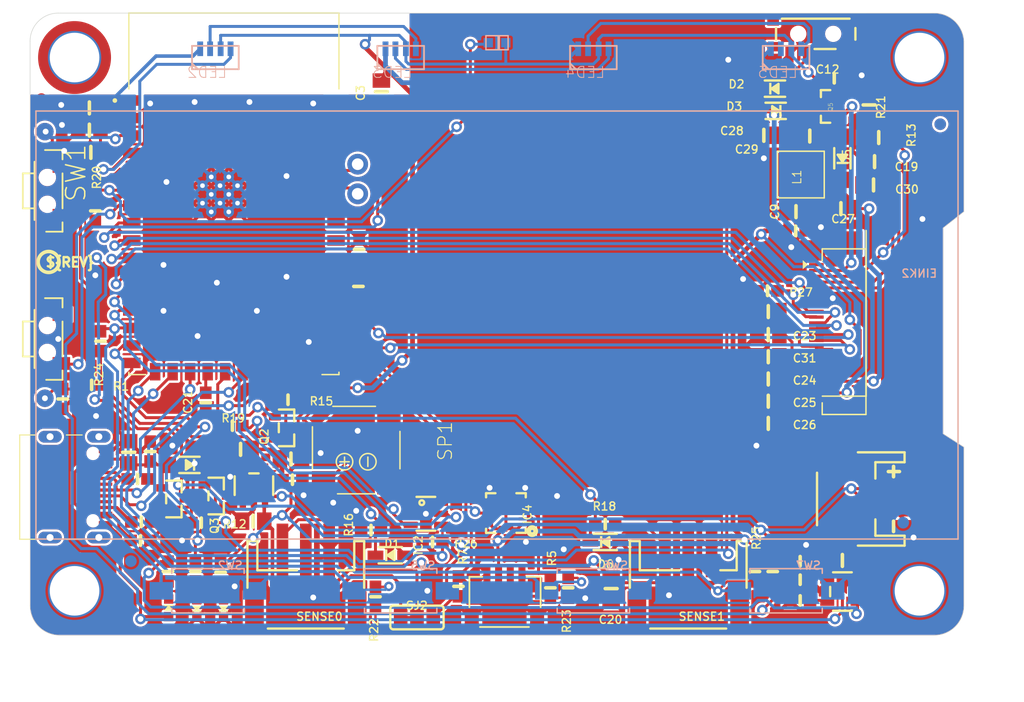
<source format=kicad_pcb>
(kicad_pcb (version 20221018) (generator pcbnew)
  (layers (0 "F.Cu" signal) (31 "B.Cu" signal) (34 "B.Paste" user) (35 "F.Paste" user) (36 "B.SilkS" user "B.Silkscreen") (37 "F.SilkS" user "F.Silkscreen") (38 "B.Mask" user) (39 "F.Mask" user) (44 "Edge.Cuts" user))
  (net 0 "")
  (net 1 "GND")
  (net 2 "RESET")
  (net 3 "SCK")
  (net 4 "MISO")
  (net 5 "MOSI")
  (net 6 "AD0")
  (net 7 "AD1")
  (net 8 "BATT_MON")
  (net 9 "N$1")
  (net 10 "3.3V")
  (net 11 "VBUS")
  (net 12 "VBAT")
  (net 13 "TMS")
  (net 14 "TCK")
  (net 15 "SDA")
  (net 16 "SCL")
  (net 17 "EN")
  (net 18 "N$4")
  (net 19 "N$6")
  (net 20 "N$9")
  (net 21 "VHIGH")
  (net 22 "TDO")
  (net 23 "N$3")
  (net 24 "LIGHT")
  (net 25 "SPKR_SD")
  (net 26 "D10")
  (net 27 "D+")
  (net 28 "D-")
  (net 29 "CC1")
  (net 30 "CC2")
  (net 31 "TXD0")
  (net 32 "RXD0")
  (net 33 "TDI")
  (net 34 "BOOT0")
  (net 35 "IO38_DBLTAP")
  (net 36 "VGH")
  (net 37 "VGL")
  (net 38 "ECS")
  (net 39 "ERESET")
  (net 40 "EBUSY")
  (net 41 "GDR")
  (net 42 "RESE")
  (net 43 "N$10")
  (net 44 "N$11")
  (net 45 "N$12")
  (net 46 "N$27")
  (net 47 "N$33")
  (net 48 "EDC")
  (net 49 "N$14")
  (net 50 "N$15")
  (net 51 "N$16")
  (net 52 "N$17")
  (net 53 "TSCL")
  (net 54 "TSDA")
  (net 55 "BUTTONC")
  (net 56 "BUTTONB")
  (net 57 "N$2")
  (net 58 "N$13")
  (net 59 "N$18")
  (net 60 "NEOPIXELS")
  (net 61 "BUTTOND")
  (net 62 "V+")
  (net 63 "NEOPOWER")
  (net 64 "VCC")
  (net 65 "D10_JST")
  (net 66 "A1_JST1")
  (net 67 "BUTTONA")
  (net 68 "D13")
  (net 69 "LISIRQ")
  (net 70 "N$5")
  (net 71 "N$8")
  (net 72 "N$19")
  (net 73 "N$20")
  (net 74 "N$7")
  (net 75 "AD3")
  (net 76 "N$21")
  (footprint "working:SOD-123" (layer "F.Cu") (at 172.3136 84.812186)
    (fp_text reference "D2")
    (fp_text value "MBR0530")
  )
  (footprint "working:0603-NO" (layer "F.Cu") (at 145.1991 127.484186 90)
    (fp_text reference "R7")
    (fp_text value "10K")
  )
  (footprint "working:0805-NO" (layer "F.Cu") (at 171.7421 111.609186)
    (fp_text reference "C25")
    (fp_text value "1uF")
  )
  (footprint "working:0603-NO" (layer "F.Cu") (at 157.7721 122.150186 180)
    (fp_text reference "R18")
    (fp_text value "1K")
  )
  (footprint "working:0805-NO" (layer "F.Cu") (at 174.1161 95.357186 180)
    (fp_text reference "C9")
    (fp_text value "10uF/10V+")
  )
  (footprint "working:SOT23-R" (layer "F.Cu") (at 124.4346 119.737186 -90)
    (fp_text reference "Q3")
    (fp_text value "DMG3415U-7")
  )
  (footprint "working:0603-NO" (layer "F.Cu") (at 136.6901 98.591686 90)
    (fp_text reference "C6" hide)
    (fp_text value "1uF")
  )
  (footprint "working:0805-NO" (layer "F.Cu") (at 171.7421 109.704186)
    (fp_text reference "C24")
    (fp_text value "1uF")
  )
  (footprint "working:0603-NO" (layer "F.Cu") (at 114.5286 106.465686 -90)
    (fp_text reference "R24")
    (fp_text value "DNP")
  )
  (footprint "working:0603-NO" (layer "F.Cu") (at 111.2901 111.418686 -90)
    (fp_text reference "C14" hide)
    (fp_text value "1uF")
  )
  (footprint "working:SOLDERJUMPER_2WAY_OPEN_NOPASTE" (layer "F.Cu") (at 141.6431 130.151186)
    (fp_text reference "SJ2")
    (fp_text value "")
  )
  (footprint "working:CHIPLED_0603_NOOUTLINE" (layer "F.Cu") (at 125.0696 129.389186 180)
    (fp_text reference "ON0" hide)
    (fp_text value "GREEN")
  )
  (footprint "working:0603-NO" (layer "F.Cu") (at 114.0841 95.289686 90)
    (fp_text reference "R20")
    (fp_text value "10K")
  )
  (footprint "working:SOT23-5" (layer "F.Cu") (at 127.6731 118.848186)
    (fp_text reference "U4" hide)
    (fp_text value "AP2112K-3.3")
  )
  (footprint "working:0805-NO" (layer "F.Cu") (at 180.8471 91.071186)
    (fp_text reference "C19")
    (fp_text value "1uF")
  )
  (footprint "working:0805-NO" (layer "F.Cu") (at 171.7421 105.894186)
    (fp_text reference "C23")
    (fp_text value "1uF")
  )
  (footprint "working:0603-NO" (layer "F.Cu") (at 153.0731 127.611186 90)
    (fp_text reference "R5")
    (fp_text value "10K")
  )
  (footprint "working:TESTPOINT_ROUND_1.5MM_NO" (layer "F.Cu") (at 109.7661 111.355186)
    (fp_text reference "TP6" hide)
    (fp_text value "" hide)
  )
  (footprint "working:0805-NO" (layer "F.Cu") (at 178.0921 125.261686 180)
    (fp_text reference "C8" hide)
    (fp_text value "10µF")
  )
  (footprint "working:0603-NO" (layer "F.Cu") (at 174.4726 125.325186)
    (fp_text reference "R11" hide)
    (fp_text value "1Meg")
  )
  (footprint "working:INDUCTOR_4X4MM_NR401" (layer "F.Cu") (at 174.5361 92.178186 180)
    (fp_text reference "L1")
    (fp_text value "10uH")
  )
  (footprint "working:SOD-123" (layer "F.Cu") (at 178.0921 90.781186 90)
    (fp_text reference "D5")
    (fp_text value "MBR0530")
  )
  (footprint "working:SOD-323" (layer "F.Cu") (at 139.3571 124.817186)
    (fp_text reference "D1")
    (fp_text value "3.6V")
  )
  (footprint "working:PCBFEAT-REV-040" (layer "F.Cu") (at 110.0836 99.671186)
    (fp_text reference "U$15" hide)
    (fp_text value "" hide)
  )
  (footprint "working:0805-NO" (layer "F.Cu") (at 171.7421 113.514186)
    (fp_text reference "C26")
    (fp_text value "1uF")
  )
  (footprint "working:SOT23-6" (layer "F.Cu") (at 142.4051 121.261186 -90)
    (fp_text reference "IC2")
    (fp_text value "PAM8301")
  )
  (footprint "working:CHIPLED_0603_NOOUTLINE" (layer "F.Cu") (at 122.7836 129.389186 180)
    (fp_text reference "L0" hide)
    (fp_text value "RED")
  )
  (footprint "working:0603-NO" (layer "F.Cu") (at 117.9576 123.547186 180)
    (fp_text reference "R14" hide)
    (fp_text value "100k")
  )
  (footprint "working:0603-NO" (layer "F.Cu") (at 137.7061 122.658186)
    (fp_text reference "R16")
    (fp_text value "1K")
  )
  (footprint "working:0603-NO" (layer "F.Cu") (at 136.6266 101.766686 90)
    (fp_text reference "R17" hide)
    (fp_text value "1Meg")
  )
  (footprint "working:LGA16_3X3MM" (layer "F.Cu") (at 149.2631 121.197686 180)
    (fp_text reference "IC4")
    (fp_text value "LIS3DH")
  )
  (footprint "working:0805-NO" (layer "F.Cu") (at 116.9416 115.990686 90)
    (fp_text reference "C1" hide)
    (fp_text value "10uF")
  )
  (footprint "working:SMT_NUT_3MM" (layer "F.Cu") (at 112.3061 82.145186)
    (fp_text reference "TP2" hide)
    (fp_text value "SEWTAP_SMTNUTM3" hide)
  )
  (footprint "working:0805_10MGAP" (layer "F.Cu") (at 180.3781 86.209186 -90)
    (fp_text reference "R21")
    (fp_text value "DNP")
  )
  (footprint "working:0603-NO" (layer "F.Cu") (at 171.6786 102.147686)
    (fp_text reference "R27")
    (fp_text value "100K")
  )
  (footprint "working:SOT23-R" (layer "F.Cu") (at 130.4671 113.895186 -90)
    (fp_text reference "Q2")
    (fp_text value "DMG3415")
  )
  (footprint "working:0603-NO" (layer "F.Cu") (at 123.5456 111.736186 -90)
    (fp_text reference "C21")
    (fp_text value "0.1uF")
  )
  (footprint "working:0805-NO" (layer "F.Cu") (at 113.5761 88.368186 180)
    (fp_text reference "C7" hide)
    (fp_text value "10µF")
  )
  (footprint "working:0805-NO" (layer "F.Cu") (at 171.7421 107.799186)
    (fp_text reference "C31")
    (fp_text value "1uF")
  )
  (footprint "working:0603-NO" (layer "F.Cu") (at 125.8316 113.704686)
    (fp_text reference "R19")
    (fp_text value "47K")
  )
  (footprint "working:0603-NO" (layer "F.Cu") (at 120.3071 126.214186 90)
    (fp_text reference "R2" hide)
    (fp_text value "10K")
  )
  (footprint "working:MODULE_ESP32-S2-WROVER" (layer "F.Cu") (at 125.9586 93.829186)
    (fp_text reference "U3" hide)
    (fp_text value "ESP32-S2-WROVER")
  )
  (footprint "working:SOT23-R" (layer "F.Cu") (at 120.8151 119.991186 -90)
    (fp_text reference "Q1" hide)
    (fp_text value "DMG3415U-7")
  )
  (footprint "working:JST_SH4" (layer "F.Cu") (at 149.1361 128.881186)
    (fp_text reference "CONN1" hide)
    (fp_text value "STEMMA_I2C_QT" hide)
  )
  (footprint "working:0805-NO" (layer "F.Cu") (at 127.6096 121.896186 180)
    (fp_text reference "C11" hide)
    (fp_text value "10µF")
  )
  (footprint "working:0603-NO" (layer "F.Cu") (at 172.1231 126.214186 -90)
    (fp_text reference "R10" hide)
    (fp_text value "1Meg")
  )
  (footprint "working:SPST_TACTILE_RA" (layer "F.Cu") (at 110.2741 106.275186 -90)
    (fp_text reference "SW3" hide)
    (fp_text value "RA_TACT" hide)
  )
  (footprint "working:0805-NO" (layer "F.Cu") (at 171.3611 88.812686)
    (fp_text reference "C28")
    (fp_text value "1uF")
  )
  (footprint "working:SMT_NUT_3MM" (layer "F.Cu") (at 184.6961 82.145186)
    (fp_text reference "TP4" hide)
    (fp_text value "SEWTAP_SMTNUTM3" hide)
  )
  (footprint "working:0603-NO" (layer "F.Cu") (at 130.9751 118.340186)
    (fp_text reference "C5" hide)
    (fp_text value "0.1uF")
  )
  (footprint "working:0805_10MGAP" (layer "F.Cu") (at 181.2036 89.003186 180)
    (fp_text reference "R13")
    (fp_text value "0.47ohm")
  )
  (footprint "working:SOT23-5" (layer "F.Cu") (at 178.0921 127.928686 90)
    (fp_text reference "U2" hide)
    (fp_text value "MCP73831T-2ACI/OT")
  )
  (footprint "working:0805-NO" (layer "F.Cu") (at 126.5301 115.736686 180)
    (fp_text reference "C13" hide)
    (fp_text value "10µF")
  )
  (footprint "working:0603-NO" (layer "F.Cu") (at 130.5941 111.482186)
    (fp_text reference "R15")
    (fp_text value "100K")
  )
  (footprint "working:SOD-323" (layer "F.Cu") (at 157.7721 123.674186)
    (fp_text reference "D6")
    (fp_text value "3.6V")
  )
  (footprint "working:0805-NO" (layer "F.Cu") (at 113.7031 90.273186 180)
    (fp_text reference "C17" hide)
    (fp_text value "10µF")
  )
  (footprint "working:SOD-123" (layer "F.Cu") (at 172.3771 86.717186 180)
    (fp_text reference "D3")
    (fp_text value "MBR0530")
  )
  (footprint "working:FIDUCIAL_1MM" (layer "F.Cu") (at 186.4741 87.860186)
    (fp_text reference "FID3" hide)
    (fp_text value "FIDUCIAL_1MM" hide)
  )
  (footprint "working:1X02_ROUND" (layer "F.Cu") (at 136.5631 92.559186 90)
    (fp_text reference "JP2" hide)
    (fp_text value "UART")
  )
  (footprint "working:0805-NO" (layer "F.Cu") (at 175.2981 88.876186 180)
    (fp_text reference "C29")
    (fp_text value "4.7uF/25V")
  )
  (footprint "working:0805-NO" (layer "F.Cu") (at 113.5761 86.463186 180)
    (fp_text reference "C10" hide)
    (fp_text value "10µF")
  )
  (footprint "working:USB_C_CUSB31-CFM2AX-01-X" (layer "F.Cu") (at 111.4171 118.975186 -90)
    (fp_text reference "X4" hide)
    (fp_text value "USB C")
  )
  (footprint "working:SPDT_SMT_SSSS811101" (layer "F.Cu") (at 175.8061 80.113186 180)
    (fp_text reference "SW4" hide)
    (fp_text value "SPDT R/A" hide)
  )
  (footprint "working:BUZZER_SMT_7.5MM" (layer "F.Cu") (at 136.4361 115.800186 -90)
    (fp_text reference "SP1")
    (fp_text value "7.5mm SPK")
  )
  (footprint "working:0603-NO" (layer "F.Cu") (at 118.7831 115.927186 90)
    (fp_text reference "C15" hide)
    (fp_text value "0.1uF")
  )
  (footprint "working:0603-NO" (layer "F.Cu") (at 174.4726 126.912686)
    (fp_text reference "C16" hide)
    (fp_text value "0.1uF")
  )
  (footprint "working:JSTPH2_BATT" (layer "F.Cu") (at 178.9176 119.991186 90)
    (fp_text reference "X1" hide)
    (fp_text value "JSTPH")
  )
  (footprint "working:0805-NO" (layer "F.Cu") (at 158.2801 127.674686 -90)
    (fp_text reference "C20")
    (fp_text value "10uF")
  )
  (footprint "working:SMT_NUT_3MM" (layer "F.Cu") (at 184.6961 127.865186)
    (fp_text reference "TP5" hide)
    (fp_text value "SEWTAP_SMTNUTM3" hide)
  )
  (footprint "working:0603-NO" (layer "F.Cu") (at 138.0871 128.373186 -90)
    (fp_text reference "R22")
    (fp_text value "DNP")
  )
  (footprint "working:SPST_TACTILE_RA" (layer "F.Cu") (at 110.2741 93.575186 -90)
    (fp_text reference "SW1")
    (fp_text value "RA_TACT" hide)
  )
  (footprint "working:FIDUCIAL_1MM" (layer "F.Cu") (at 109.4641 85.708186)
    (fp_text reference "FID1" hide)
    (fp_text value "FIDUCIAL_1MM" hide)
  )
  (footprint "working:FIDUCIAL_1MM" (layer "F.Cu") (at 115.9741 130.580186 90)
    (fp_text reference "FID2" hide)
    (fp_text value "FIDUCIAL_1MM" hide)
  )
  (footprint "working:0805-NO" (layer "F.Cu") (at 171.7421 103.925686 180)
    (fp_text reference "C18" hide)
    (fp_text value "10µF")
  )
  (footprint "working:SOD-123" (layer "F.Cu") (at 122.1486 117.070186 180)
    (fp_text reference "D4" hide)
    (fp_text value "MBR540")
  )
  (footprint "working:JSTPH3" (layer "F.Cu") (at 132.1181 127.103186 180)
    (fp_text reference "SENSE0")
    (fp_text value "JST PH 3")
  )
  (footprint "working:0603-NO" (layer "F.Cu") (at 174.4726 128.690686 180)
    (fp_text reference "R4" hide)
    (fp_text value "5.1k")
  )
  (footprint "working:0805-NO" (layer "F.Cu") (at 138.5951 85.066186 -90)
    (fp_text reference "C3")
    (fp_text value "10µF")
  )
  (footprint "working:0805-NO" (layer "F.Cu") (at 130.8481 116.562186)
    (fp_text reference "C4" hide)
    (fp_text value "10µF")
  )
  (footprint "working:0603-NO" (layer "F.Cu") (at 142.9766 123.674186)
    (fp_text reference "R26")
    (fp_text value "100K")
  )
  (footprint "working:0603-NO" (layer "F.Cu") (at 122.6566 126.214186 90)
    (fp_text reference "R9" hide)
    (fp_text value "10K")
  )
  (footprint "working:0805-NO" (layer "F.Cu") (at 180.7591 93.067186)
    (fp_text reference "C30")
    (fp_text value "1uF")
  )
  (footprint "working:0603-NO" (layer "F.Cu") (at 174.0916 97.004186)
    (fp_text reference "C2" hide)
    (fp_text value "0.1uF")
  )
  (footprint "working:MAGTAG_FRONT" (layer "F.Cu") (at 108.4961 131.675186)
    (fp_text reference "U$70" hide)
    (fp_text value "" hide)
  )
  (footprint "working:0603-NO" (layer "F.Cu") (at 117.7036 118.276686 180)
    (fp_text reference "R8" hide)
    (fp_text value "5.1K")
  )
  (footprint "working:SOT23-3" (layer "F.Cu") (at 176.9491 86.336186 90)
    (fp_text reference "Q5")
    (fp_text value "IRLML0100")
  )
  (footprint "working:JSTPH3" (layer "F.Cu") (at 164.8841 127.103186 180)
    (fp_text reference "SENSE1")
    (fp_text value "JST PH 3")
  )
  (footprint "working:CHIPLED_0603_NOOUTLINE" (layer "F.Cu") (at 120.3706 129.325686)
    (fp_text reference "CHG1" hide)
    (fp_text value "ORANGE")
  )
  (footprint "working:0603-NO" (layer "F.Cu") (at 170.5991 126.214186 90)
    (fp_text reference "R25")
    (fp_text value "DNP")
  )
  (footprint "working:0603-NO" (layer "F.Cu") (at 154.5971 127.611186 -90)
    (fp_text reference "R23")
    (fp_text value "DNP")
  )
  (footprint "working:0603-NO" (layer "F.Cu") (at 124.8156 126.277686 90)
    (fp_text reference "R6" hide)
    (fp_text value "47K")
  )
  (footprint "working:0603-NO" (layer "F.Cu") (at 118.0211 121.959686 180)
    (fp_text reference "R3" hide)
    (fp_text value "5.1K")
  )
  (footprint "working:0603-NO" (layer "F.Cu") (at 113.7666 110.212186)
    (fp_text reference "R1")
    (fp_text value "10K")
  )
  (footprint "working:SMT_NUT_3MM" (layer "F.Cu") (at 112.3061 127.865186)
    (fp_text reference "TP3" hide)
    (fp_text value "SEWTAP_SMTNUTM3" hide)
  )
  (footprint "working:TESTPOINT_ROUND_1.5MM_NO" (layer "F.Cu") (at 109.7661 88.495186 -90)
    (fp_text reference "TP1" hide)
    (fp_text value "" hide)
  )
  (footprint "working:0805-NO" (layer "F.Cu") (at 177.9651 95.099186 180)
    (fp_text reference "C27")
    (fp_text value "1uF")
  )
  (footprint "working:0603-NO" (layer "F.Cu") (at 123.1646 122.023186)
    (fp_text reference "R12")
    (fp_text value "100k")
  )
  (footprint "working:0603-NO" (layer "F.Cu") (at 177.3936 83.923186)
    (fp_text reference "C12")
    (fp_text value "1uF")
  )
  (footprint "working:FIDUCIAL_1MM" (layer "B.Cu") (at 183.2991 122.023186 180)
    (fp_text reference "FID4" hide)
    (fp_text value "FIDUCIAL_1MM" hide)
  )
  (footprint "working:WS2812B_4020" (layer "B.Cu") (at 156.7561 82.145186)
    (fp_text reference "LED4")
    (fp_text value "WS2812B_4020")
  )
  (footprint "working:TACTILE_3X6MM" (layer "B.Cu") (at 123.7361 127.865186 180)
    (fp_text reference "SW2")
    (fp_text value "")
  )
  (footprint "working:TESTPOINT_ROUND_1.5MM_NO" (layer "B.Cu") (at 109.7661 111.355186 180)
    (fp_text reference "TP7" hide)
    (fp_text value "" hide)
  )
  (footprint "working:FIDUCIAL_1MM" (layer "B.Cu") (at 117.1321 125.325186 180)
    (fp_text reference "FID6" hide)
    (fp_text value "FIDUCIAL_1MM" hide)
  )
  (footprint "working:MAGTAG_BOTTOM" (layer "B.Cu") (at 188.5061 131.675186 180)
    (fp_text reference "U$69" hide)
    (fp_text value "" hide)
  )
  (footprint "working:FIDUCIAL_1MM" (layer "B.Cu") (at 186.4741 87.860186 180)
    (fp_text reference "FID5" hide)
    (fp_text value "FIDUCIAL_1MM" hide)
  )
  (footprint "working:ALS-PT19-315C" (layer "B.Cu") (at 148.5011 80.875186 180)
    (fp_text reference "U1" hide)
    (fp_text value "" hide)
  )
  (footprint "working:WS2812B_4020" (layer "B.Cu") (at 140.2461 82.145186)
    (fp_text reference "LED3")
    (fp_text value "WS2812B_4020")
  )
  (footprint "working:TACTILE_3X6MM" (layer "B.Cu") (at 140.2461 127.865186 180)
    (fp_text reference "SW5")
    (fp_text value "")
  )
  (footprint "working:EINK_290IN" (layer "B.Cu") (at 178.3715 105.106786 180)
    (fp_text reference "EINK2")
    (fp_text value "EINK_24PIN_290IN")
  )
  (footprint "working:TACTILE_3X6MM" (layer "B.Cu") (at 156.7561 127.865186 180)
    (fp_text reference "SW6")
    (fp_text value "")
  )
  (footprint "working:TACTILE_3X6MM" (layer "B.Cu") (at 173.2661 127.865186 180)
    (fp_text reference "SW7")
    (fp_text value "")
  )
  (footprint "working:WS2812B_4020" (layer "B.Cu") (at 124.3711 82.145186)
    (fp_text reference "LED2")
    (fp_text value "WS2812B_4020")
  )
  (footprint "working:WS2812B_4020" (layer "B.Cu") (at 173.2661 82.145186)
    (fp_text reference "LED5")
    (fp_text value "WS2812B_4020")
  )
  (footprint "working:TESTPOINT_ROUND_1.5MM_NO" (layer "B.Cu") (at 109.7661 88.495186 180)
    (fp_text reference "TP8" hide)
    (fp_text value "" hide)
  )
  (gr_line (start 108.4961 129.141393) (end 108.4961 80.74198) (stroke (width 0.05)) (layer "Edge.Cuts"))
  (gr_line (start 188.5061 80.748186) (end 188.5061 95.353186) (stroke (width 0.05)) (layer "Edge.Cuts"))
  (gr_line (start 188.5061 115.546186) (end 188.5061 129.135186) (stroke (width 0.05)) (layer "Edge.Cuts"))
  (gr_arc (start 111.025853 131.675186) (mid 109.237117 130.931314) (end 108.4961 129.141394) (stroke (width 0.05)) (layer "Edge.Cuts"))
  (gr_line (start 185.9661 131.675186) (end 111.025853 131.675186) (stroke (width 0.05)) (layer "Edge.Cuts"))
  (gr_line (start 186.7281 96.750186) (end 186.7281 114.403186) (stroke (width 0.05)) (layer "Edge.Cuts"))
  (gr_line (start 188.5061 95.353186) (end 186.7281 96.750186) (stroke (width 0.05)) (layer "Edge.Cuts"))
  (gr_line (start 186.7281 114.403186) (end 188.5061 115.546186) (stroke (width 0.05)) (layer "Edge.Cuts"))
  (gr_arc (start 185.8391 78.335186) (mid 187.672349 78.989332) (end 188.5061 80.748186) (stroke (width 0.05)) (layer "Edge.Cuts"))
  (gr_arc (start 188.5061 129.135186) (mid 187.762151 130.931237) (end 185.9661 131.675186) (stroke (width 0.05)) (layer "Edge.Cuts"))
  (gr_line (start 110.9091 78.335186) (end 185.8391 78.335186) (stroke (width 0.05)) (layer "Edge.Cuts"))
  (gr_arc (start 108.4961 80.74198) (mid 109.204205 79.038904) (end 110.909099 78.335187) (stroke (width 0.05)) (layer "Edge.Cuts"))
  (segment (start 123.1011 115.800186) (end 122.5931 116.308186) (width 0.3048) (layer "F.Cu") (net 1))
  (segment (start 147.2311 119.546686) (end 147.7391 119.038686) (width 0.3048) (layer "F.Cu") (net 1))
  (segment (start 147.2311 120.435686) (end 147.2311 119.546686) (width 0.3048) (layer "F.Cu") (net 1))
  (segment (start 126.6596 121.896186) (end 127.6731 120.882686) (width 0.3048) (layer "F.Cu") (net 1))
  (segment (start 114.9621 122.175186) (end 115.1251 122.175186) (width 0.3048) (layer "F.Cu") (net 1))
  (segment (start 115.1251 122.175186) (end 116.1161 123.166186) (width 0.3048) (layer "F.Cu") (net 1))
  (segment (start 122.5931 116.308186) (end 122.5931 116.943186) (width 0.3048) (layer "F.Cu") (net 1))
  (segment (start 116.1161 123.166186) (end 116.1161 123.674186) (width 0.3048) (layer "F.Cu") (net 1))
  (segment (start 115.6331 115.775186) (end 116.3676 115.040686) (width 0.3048) (layer "F.Cu") (net 1))
  (segment (start 127.6731 120.882686) (end 127.6731 120.148286) (width 0.3048) (layer "F.Cu") (net 1))
  (segment (start 116.1161 123.674186) (end 115.9891 123.801186) (width 0.3048) (layer "F.Cu") (net 1))
  (segment (start 116.3676 115.040686) (end 116.9416 115.040686) (width 0.3048) (layer "F.Cu") (net 1))
  (segment (start 147.4931 120.697686) (end 147.2311 120.435686) (width 0.3048) (layer "F.Cu") (net 1))
  (segment (start 125.5801 115.736686) (end 125.5166 115.800186) (width 0.3048) (layer "F.Cu") (net 1))
  (segment (start 125.5166 115.800186) (end 123.1011 115.800186) (width 0.3048) (layer "F.Cu") (net 1))
  (segment (start 147.7391 119.038686) (end 147.8661 119.038686) (width 0.3048) (layer "F.Cu") (net 1))
  (segment (start 114.9621 115.775186) (end 115.6331 115.775186) (width 0.3048) (layer "F.Cu") (net 1))
  (segment (start 147.9131 120.697686) (end 147.4931 120.697686) (width 0.3048) (layer "F.Cu") (net 1))
  (via (at 126.0221 127.484186) (size 0.9064) (drill 0.5) (layers "F.Cu" "B.Cu") (net 1))
  (via (at 120.6881 115.419186) (size 0.9064) (drill 0.5) (layers "F.Cu" "B.Cu") (net 1))
  (via (at 163.2331 128.246186) (size 0.9064) (drill 0.5) (layers "F.Cu" "B.Cu") (net 1))
  (via (at 179.7431 83.669186) (size 0.9064) (drill 0.5) (layers "F.Cu" "B.Cu") (net 1))
  (via (at 122.8471 106.021186) (size 0.9064) (drill 0.5) (layers "F.Cu" "B.Cu") (net 1))
  (via (at 142.4051 121.261186) (size 0.9064) (drill 0.5) (layers "F.Cu" "B.Cu") (net 1))
  (via (at 173.7106 98.401186) (size 0.9064) (drill 0.5) (layers "F.Cu" "B.Cu") (net 1))
  (via (at 153.6446 119.737186) (size 0.9064) (drill 0.5) (layers "F.Cu" "B.Cu") (net 1))
  (via (at 118.7831 86.082186) (size 0.9064) (drill 0.5) (layers "F.Cu" "B.Cu") (net 1))
  (via (at 176.2506 96.686686) (size 0.9064) (drill 0.5) (layers "F.Cu" "B.Cu") (net 1))
  (via (at 184.9501 95.988186) (size 0.9064) (drill 0.5) (layers "F.Cu" "B.Cu") (net 1))
  (via (at 130.4671 100.941186) (size 0.9064) (drill 0.5) (layers "F.Cu" "B.Cu") (net 1))
  (via (at 133.3881 116.054186) (size 0.9064) (drill 0.5) (layers "F.Cu" "B.Cu") (net 1))
  (via (at 154.2161 124.309186) (size 0.9064) (drill 0.5) (layers "F.Cu" "B.Cu") (net 1))
  (via (at 122.5931 116.943186) (size 0.9064) (drill 0.5) (layers "F.Cu" "B.Cu") (net 1))
  (via (at 177.2666 102.782686) (size 0.9064) (drill 0.5) (layers "F.Cu" "B.Cu") (net 1))
  (via (at 174.9806 123.928186) (size 0.9064) (drill 0.5) (layers "F.Cu" "B.Cu") (net 1))
  (via (at 114.1476 112.879186) (size 0.9064) (drill 0.5) (layers "F.Cu" "B.Cu") (net 1))
  (via (at 184.1881 123.293186) (size 0.9064) (drill 0.5) (layers "F.Cu" "B.Cu") (net 1))
  (via (at 150.9141 119.038686) (size 0.9064) (drill 0.5) (layers "F.Cu" "B.Cu") (net 1))
  (via (at 132.3721 106.529186) (size 0.9064) (drill 0.5) (layers "F.Cu" "B.Cu") (net 1))
  (via (at 121.5136 123.547186) (size 0.9064) (drill 0.5) (layers "F.Cu" "B.Cu") (net 1))
  (via (at 158.9151 125.198186) (size 0.9064) (drill 0.5) (layers "F.Cu" "B.Cu") (net 1))
  (via (at 119.9261 99.925186) (size 0.9064) (drill 0.5) (layers "F.Cu" "B.Cu") (net 1))
  (via (at 132.7531 128.436686) (size 0.9064) (drill 0.5) (layers "F.Cu" "B.Cu") (net 1))
  (via (at 127.9271 103.862186) (size 0.9064) (drill 0.5) (layers "F.Cu" "B.Cu") (net 1))
  (via (at 124.4981 101.449186) (size 0.9064) (drill 0.5) (layers "F.Cu" "B.Cu") (net 1))
  (via (at 125.6411 118.086186) (size 0.9064) (drill 0.5) (layers "F.Cu" "B.Cu") (net 1))
  (via (at 170.7261 115.419186) (size 0.9064) (drill 0.5) (layers "F.Cu" "B.Cu") (net 1))
  (via (at 150.9776 123.674186) (size 0.9064) (drill 0.5) (layers "F.Cu" "B.Cu") (net 1))
  (via (at 169.5831 101.131686) (size 0.9064) (drill 0.5) (layers "F.Cu" "B.Cu") (net 1))
  (via (at 131.9276 119.673686) (size 0.9064) (drill 0.5) (layers "F.Cu" "B.Cu") (net 1))
  (via (at 114.0841 100.814186) (size 0.9064) (drill 0.5) (layers "F.Cu" "B.Cu") (net 1))
  (via (at 142.5321 127.865186) (size 0.9064) (drill 0.5) (layers "F.Cu" "B.Cu") (net 1))
  (via (at 111.4171 90.146186) (size 0.9064) (drill 0.5) (layers "F.Cu" "B.Cu") (net 1))
  (via (at 110.9091 106.275186) (size 0.9064) (drill 0.5) (layers "F.Cu" "B.Cu") (net 1))
  (via (at 171.3611 90.781186) (size 0.9064) (drill 0.5) (layers "F.Cu" "B.Cu") (net 1))
  (via (at 168.3131 82.335686) (size 0.9064) (drill 0.5) (layers "F.Cu" "B.Cu") (net 1))
  (via (at 111.2266 87.923686) (size 0.9064) (drill 0.5) (layers "F.Cu" "B.Cu") (net 1))
  (via (at 130.4671 92.305186) (size 0.9064) (drill 0.5) (layers "F.Cu" "B.Cu") (net 1))
  (via (at 134.4676 120.308686) (size 0.9064) (drill 0.5) (layers "F.Cu" "B.Cu") (net 1))
  (via (at 132.7531 86.082186) (size 0.9064) (drill 0.5) (layers "F.Cu" "B.Cu") (net 1))
  (via (at 136.5631 114.149186) (size 0.9064) (drill 0.5) (layers "F.Cu" "B.Cu") (net 1))
  (via (at 156.0576 128.500186) (size 0.9064) (drill 0.5) (layers "F.Cu" "B.Cu") (net 1))
  (via (at 127.2921 85.955186) (size 0.9064) (drill 0.5) (layers "F.Cu" "B.Cu") (net 1))
  (via (at 122.5931 85.955186) (size 0.9064) (drill 0.5) (layers "F.Cu" "B.Cu") (net 1))
  (via (at 120.1801 92.813186) (size 0.9064) (drill 0.5) (layers "F.Cu" "B.Cu") (net 1))
  (via (at 147.8661 119.038686) (size 0.9064) (drill 0.5) (layers "F.Cu" "B.Cu") (net 1))
  (via (at 136.4361 121.007186) (size 0.9064) (drill 0.5) (layers "F.Cu" "B.Cu") (net 1))
  (via (at 111.1631 86.209186) (size 0.9064) (drill 0.5) (layers "F.Cu" "B.Cu") (net 1))
  (via (at 119.9261 103.862186) (size 0.9064) (drill 0.5) (layers "F.Cu" "B.Cu") (net 1))
  (segment (start 138.9461 81.395186) (end 138.9461 82.877186) (width 0.4064) (layer "B.Cu") (net 1))
  (segment (start 119.2911 82.018186) (end 114.8461 86.463186) (width 0.3048) (layer "B.Cu") (net 1))
  (segment (start 138.9461 82.877186) (end 140.3731 84.304186) (width 0.4064) (layer "B.Cu") (net 1))
  (segment (start 123.0711 81.395186) (end 122.4481 82.018186) (width 0.3048) (layer "B.Cu") (net 1))
  (segment (start 122.4481 82.018186) (end 119.2911 82.018186) (width 0.3048) (layer "B.Cu") (net 1))
  (segment (start 140.3731 84.304186) (end 142.2781 84.304186) (width 0.4064) (layer "B.Cu") (net 1))
  (segment (start 138.2776 89.511186) (end 136.0956 87.329186) (width 0.254) (layer "F.Cu") (net 2))
  (segment (start 112.5601 110.568686) (end 111.2901 110.568686) (width 0.254) (layer "F.Cu") (net 2))
  (segment (start 111.2901 108.491186) (end 111.1741 108.375186) (width 0.254) (layer "F.Cu") (net 2))
  (segment (start 110.5526 110.568686) (end 109.7661 111.355186) (width 0.254) (layer "F.Cu") (net 2))
  (segment (start 111.2901 110.568686) (end 111.2901 108.491186) (width 0.254) (layer "F.Cu") (net 2))
  (segment (start 111.1741 108.375186) (end 111.2331 108.434186) (width 0.254) (layer "F.Cu") (net 2))
  (segment (start 136.0956 87.329186) (end 134.7086 87.329186) (width 0.254) (layer "F.Cu") (net 2))
  (segment (start 111.2901 110.568686) (end 110.5526 110.568686) (width 0.254) (layer "F.Cu") (net 2))
  (segment (start 112.6236 108.434186) (end 111.2331 108.434186) (width 0.254) (layer "F.Cu") (net 2))
  (segment (start 112.9166 110.212186) (end 112.5601 110.568686) (width 0.254) (layer "F.Cu") (net 2))
  (segment (start 138.2776 96.115186) (end 138.2776 89.511186) (width 0.254) (layer "F.Cu") (net 2))
  (via (at 109.7661 111.355186) (size 0.9064) (drill 0.5) (layers "F.Cu" "B.Cu") (net 2))
  (via (at 112.6236 108.434186) (size 0.9064) (drill 0.5) (layers "F.Cu" "B.Cu") (net 2))
  (via (at 138.2776 96.115186) (size 0.9064) (drill 0.5) (layers "F.Cu" "B.Cu") (net 2))
  (segment (start 138.2776 96.369186) (end 137.9728 96.673986) (width 0.254) (layer "B.Cu") (net 2))
  (segment (start 112.9411 97.575686) (end 112.9411 108.116686) (width 0.254) (layer "B.Cu") (net 2))
  (segment (start 113.8428 96.673986) (end 112.9411 97.575686) (width 0.254) (layer "B.Cu") (net 2))
  (segment (start 137.9728 96.673986) (end 113.8428 96.673986) (width 0.254) (layer "B.Cu") (net 2))
  (segment (start 112.9411 108.116686) (end 112.6236 108.434186) (width 0.254) (layer "B.Cu") (net 2))
  (segment (start 138.2776 96.115186) (end 138.2776 96.369186) (width 0.254) (layer "B.Cu") (net 2))
  (segment (start 175.866103 105.894186) (end 175.8615 105.898786) (width 0.254) (layer "F.Cu") (net 3))
  (segment (start 178.6001 105.894186) (end 175.866103 105.894186) (width 0.254) (layer "F.Cu") (net 3))
  (segment (start 134.7086 103.829186) (end 136.4031 103.829186) (width 0.254) (layer "F.Cu") (net 3))
  (segment (start 136.4031 103.829186) (end 138.3411 105.767186) (width 0.254) (layer "F.Cu") (net 3))
  (via (at 178.6001 105.894186) (size 0.9064) (drill 0.5) (layers "F.Cu" "B.Cu") (net 3))
  (via (at 138.3411 105.767186) (size 0.9064) (drill 0.5) (layers "F.Cu" "B.Cu") (net 3))
  (segment (start 138.3411 105.767186) (end 138.5951 105.767186) (width 0.254) (layer "B.Cu") (net 3))
  (segment (start 178.3461 106.148186) (end 138.9761 106.148186) (width 0.254) (layer "B.Cu") (net 3))
  (segment (start 178.6001 105.894186) (end 178.3461 106.148186) (width 0.254) (layer "B.Cu") (net 3))
  (segment (start 138.9761 106.148186) (end 138.5951 105.767186) (width 0.254) (layer "B.Cu") (net 3))
  (segment (start 134.7086 105.329186) (end 136.7601 105.329186) (width 0.254) (layer "F.Cu") (net 5))
  (segment (start 138.4681 107.037186) (end 139.3571 107.037186) (width 0.254) (layer "F.Cu") (net 5))
  (segment (start 178.7271 107.164186) (end 177.9617 106.398786) (width 0.254) (layer "F.Cu") (net 5))
  (segment (start 138.4681 107.037186) (end 136.7601 105.329186) (width 0.254) (layer "F.Cu") (net 5))
  (segment (start 177.9617 106.398786) (end 175.8615 106.398786) (width 0.254) (layer "F.Cu") (net 5))
  (via (at 178.7271 107.164186) (size 0.9064) (drill 0.5) (layers "F.Cu" "B.Cu") (net 5))
  (via (at 139.3571 107.037186) (size 0.9064) (drill 0.5) (layers "F.Cu" "B.Cu") (net 5))
  (segment (start 139.6111 106.783186) (end 139.3571 107.037186) (width 0.254) (layer "B.Cu") (net 5))
  (segment (start 178.3461 106.783186) (end 139.6111 106.783186) (width 0.254) (layer "B.Cu") (net 5))
  (segment (start 178.3461 106.783186) (end 178.7271 107.164186) (width 0.254) (layer "B.Cu") (net 5))
  (segment (start 123.5456 109.743186) (end 123.5456 110.886186) (width 0.254) (layer "F.Cu") (net 6))
  (segment (start 123.7086 109.580186) (end 123.5456 109.743186) (width 0.254) (layer "F.Cu") (net 6))
  (segment (start 123.7086 109.079186) (end 123.7086 109.580186) (width 0.254) (layer "F.Cu") (net 6))
  (segment (start 156.5021 123.674186) (end 156.5021 122.570186) (width 0.254) (layer "F.Cu") (net 7))
  (segment (start 156.5021 119.610186) (end 156.9221 120.030186) (width 0.254) (layer "F.Cu") (net 7))
  (segment (start 124.9426 112.815686) (end 124.5736 112.446686) (width 0.254) (layer "F.Cu") (net 7))
  (segment (start 127.2921 112.815686) (end 124.9426 112.815686) (width 0.254) (layer "F.Cu") (net 7))
  (segment (start 156.9221 120.030186) (end 156.9221 122.150186) (width 0.254) (layer "F.Cu") (net 7))
  (segment (start 125.2086 109.079186) (end 125.2086 109.523686) (width 0.254) (layer "F.Cu") (net 7))
  (segment (start 125.2086 109.523686) (end 124.5736 110.158686) (width 0.254) (layer "F.Cu") (net 7))
  (segment (start 156.5021 122.570186) (end 156.9221 122.150186) (width 0.254) (layer "F.Cu") (net 7))
  (segment (start 124.5736 110.158686) (end 124.5736 112.446686) (width 0.254) (layer "F.Cu") (net 7))
  (segment (start 127.9906 112.117186) (end 127.2921 112.815686) (width 0.254) (layer "F.Cu") (net 7))
  (via (at 127.9906 112.117186) (size 0.9064) (drill 0.5) (layers "F.Cu" "B.Cu") (net 7))
  (via (at 156.5021 119.610186) (size 0.9064) (drill 0.5) (layers "F.Cu" "B.Cu") (net 7))
  (segment (start 150.0886 113.069686) (end 129.2606 113.069686) (width 0.254) (layer "B.Cu") (net 7))
  (segment (start 127.9906 112.117186) (end 128.3081 112.117186) (width 0.254) (layer "B.Cu") (net 7))
  (segment (start 156.5021 119.483186) (end 156.5021 119.610186) (width 0.254) (layer "B.Cu") (net 7))
  (segment (start 129.2606 113.069686) (end 128.3081 112.117186) (width 0.254) (layer "B.Cu") (net 7))
  (segment (start 150.0886 113.069686) (end 156.5021 119.483186) (width 0.254) (layer "B.Cu") (net 7))
  (segment (start 173.6226 125.325186) (end 173.3296 125.618186) (width 0.254) (layer "F.Cu") (net 8))
  (segment (start 116.098 94.829186) (end 115.3541 95.573086) (width 0.254) (layer "F.Cu") (net 8))
  (segment (start 117.2086 94.829186) (end 116.098 94.829186) (width 0.254) (layer "F.Cu") (net 8))
  (segment (start 173.3296 126.912686) (end 172.2746 126.912686) (width 0.254) (layer "F.Cu") (net 8))
  (segment (start 172.1231 127.064186) (end 172.1231 128.627186) (width 0.254) (layer "F.Cu") (net 8))
  (segment (start 173.6226 126.912686) (end 173.3296 126.912686) (width 0.254) (layer "F.Cu") (net 8))
  (segment (start 172.2746 126.912686) (end 172.1231 127.064186) (width 0.254) (layer "F.Cu") (net 8))
  (segment (start 171.2341 129.516186) (end 172.1231 128.627186) (width 0.254) (layer "F.Cu") (net 8))
  (segment (start 173.3296 125.618186) (end 173.3296 126.912686) (width 0.254) (layer "F.Cu") (net 8))
  (via (at 115.3541 95.573086) (size 0.9064) (drill 0.5) (layers "F.Cu" "B.Cu") (net 8))
  (via (at 171.2341 129.516186) (size 0.9064) (drill 0.5) (layers "F.Cu" "B.Cu") (net 8))
  (segment (start 117.7036 127.738186) (end 114.2111 124.245686) (width 0.254) (layer "B.Cu") (net 8))
  (segment (start 112.8776 124.245686) (end 112.1156 123.483686) (width 0.254) (layer "B.Cu") (net 8))
  (segment (start 112.1156 123.483686) (end 112.1156 113.133186) (width 0.254) (layer "B.Cu") (net 8))
  (segment (start 114.2111 124.245686) (end 112.8776 124.245686) (width 0.254) (layer "B.Cu") (net 8))
  (segment (start 171.2341 129.516186) (end 170.9166 129.833686) (width 0.254) (layer "B.Cu") (net 8))
  (segment (start 170.9166 129.833686) (end 118.6561 129.833686) (width 0.254) (layer "B.Cu") (net 8))
  (segment (start 112.4839 105.808286) (end 111.5441 106.748086) (width 0.254) (layer "B.Cu") (net 8))
  (segment (start 117.7036 128.881186) (end 117.7036 127.738186) (width 0.254) (layer "B.Cu") (net 8))
  (segment (start 112.4839 97.386305) (end 112.4839 105.808286) (width 0.254) (layer "B.Cu") (net 8))
  (segment (start 118.6561 129.833686) (end 117.7036 128.881186) (width 0.254) (layer "B.Cu") (net 8))
  (segment (start 112.1156 113.133186) (end 111.5441 112.561686) (width 0.254) (layer "B.Cu") (net 8))
  (segment (start 111.5441 112.561686) (end 111.5441 106.748086) (width 0.254) (layer "B.Cu") (net 8))
  (segment (start 115.3541 95.573086) (end 114.297118 95.573086) (width 0.254) (layer "B.Cu") (net 8))
  (segment (start 114.297118 95.573086) (end 112.4839 97.386305) (width 0.254) (layer "B.Cu") (net 8))
  (segment (start 122.7836 127.191186) (end 122.6566 127.064186) (width 0.254) (layer "F.Cu") (net 9))
  (segment (start 122.7836 127.191186) (end 122.7836 128.639186) (width 0.254) (layer "F.Cu") (net 9))
  (segment (start 130.4036 112.522686) (end 130.4036 113.908686) (width 0.254) (layer "F.Cu") (net 10))
  (segment (start 173.2416 97.004186) (end 171.4246 97.004186) (width 0.4064) (layer "F.Cu") (net 10))
  (segment (start 169.7101 123.483686) (end 169.8616 123.483686) (width 0.2032) (layer "F.Cu") (net 10))
  (segment (start 114.5261 86.463186) (end 114.5261 88.368186) (width 0.254) (layer "F.Cu") (net 10))
  (segment (start 148.5726 123.547186) (end 148.5726 124.245686) (width 0.254) (layer "F.Cu") (net 10))
  (segment (start 113.6396 101.893686) (end 113.639603 106.910186) (width 0.254) (layer "F.Cu") (net 10))
  (segment (start 144.1831 128.168186) (end 144.3491 128.334186) (width 0.254) (layer "F.Cu") (net 10))
  (segment (start 175.8615 107.164186) (end 175.8615 106.898786) (width 0.254) (layer "F.Cu") (net 10))
  (segment (start 130.1251 116.789186) (end 130.1251 118.340186) (width 0.3048) (layer "F.Cu") (net 10))
  (segment (start 173.1661 92.208186) (end 173.1661 95.357186) (width 0.4064) (layer "F.Cu") (net 10))
  (segment (start 149.2631 122.547686) (end 148.7631 122.547686) (width 0.254) (layer "F.Cu") (net 10))
  (segment (start 114.846103 110.212186) (end 114.846103 110.466193) (width 0.254) (layer "F.Cu") (net 10))
  (segment (start 115.5651 87.329186) (end 114.5261 88.368186) (width 0.254) (layer "F.Cu") (net 10))
  (segment (start 130.8481 119.380686) (end 130.8481 120.626186) (width 0.254) (layer "F.Cu") (net 10))
  (segment (start 127.5131 116.758086) (end 127.5131 115.769686) (width 0.254) (layer "F.Cu") (net 10))
  (segment (start 169.7101 123.483686) (end 168.7195 122.493086) (width 0.4064) (layer "F.Cu") (net 10))
  (segment (start 121.1961 113.514186) (end 122.3391 114.657186) (width 0.254) (layer "F.Cu") (net 10))
  (segment (start 130.8481 119.380686) (end 130.12509 118.657677) (width 0.254) (layer "F.Cu") (net 10))
  (segment (start 148.7631 122.865186) (end 148.32685 123.301436) (width 0.254) (layer "F.Cu") (net 10))
  (segment (start 125.3236 125.427686) (end 124.8156 125.427686) (width 0.254) (layer "F.Cu") (net 10))
  (segment (start 175.8615 106.898786) (end 174.6517 106.898786) (width 0.254) (layer "F.Cu") (net 10))
  (segment (start 122.3391 114.657186) (end 127.0356 114.657186) (width 0.254) (layer "F.Cu") (net 10))
  (segment (start 148.7631 119.847686) (end 149.2631 119.847686) (width 0.254) (layer "F.Cu") (net 10))
  (segment (start 127.5131 115.134686) (end 127.0356 114.657186) (width 0.254) (layer "F.Cu") (net 10))
  (segment (start 114.846103 110.466193) (end 117.8941 113.514186) (width 0.254) (layer "F.Cu") (net 10))
  (segment (start 144.3491 128.334186) (end 145.1991 128.334186) (width 0.254) (layer "F.Cu") (net 10))
  (segment (start 131.4441 111.482186) (end 130.4036 112.522686) (width 0.254) (layer "F.Cu") (net 10))
  (segment (start 130.0386 115.416686) (end 130.0386 118.253686) (width 0.3048) (layer "F.Cu") (net 10))
  (segment (start 148.7631 122.547686) (end 148.2631 122.547686) (width 0.254) (layer "F.Cu") (net 10))
  (segment (start 114.6531 90.654186) (end 112.8141 92.493186) (width 0.254) (layer "F.Cu") (net 10))
  (segment (start 144.1831 126.087186) (end 144.1831 128.168186) (width 0.254) (layer "F.Cu") (net 10))
  (segment (start 112.8141 101.068186) (end 113.6396 101.893686) (width 0.254) (layer "F.Cu") (net 10))
  (segment (start 127.5131 115.769686) (end 127.5131 115.134686) (width 0.254) (layer "F.Cu") (net 10))
  (segment (start 112.8141 92.493186) (end 112.8141 101.068186) (width 0.254) (layer "F.Cu") (net 10))
  (segment (start 143.0401 130.151186) (end 144.6031 128.588186) (width 0.254) (layer "F.Cu") (net 10))
  (segment (start 148.7631 122.547686) (end 148.7631 122.865186) (width 0.254) (layer "F.Cu") (net 10))
  (segment (start 143.0401 130.595686) (end 143.0401 130.151186) (width 0.2032) (layer "F.Cu") (net 10))
  (segment (start 145.4531 124.817186) (end 144.1831 126.087186) (width 0.254) (layer "F.Cu") (net 10))
  (segment (start 149.7631 122.547686) (end 149.2631 122.547686) (width 0.254) (layer "F.Cu") (net 10))
  (segment (start 179.1081 108.053186) (end 179.6161 107.545186) (width 0.254) (layer "F.Cu") (net 10))
  (segment (start 130.1251 118.340186) (end 130.12509 118.657677) (width 0.254) (layer "F.Cu") (net 10))
  (segment (start 148.5726 123.547186) (end 148.32685 123.301436) (width 0.254) (layer "F.Cu") (net 10))
  (segment (start 170.5991 124.221186) (end 169.8616 123.483686) (width 0.2032) (layer "F.Cu") (net 10))
  (segment (start 114.5286 107.315686) (end 114.5286 110.124186) (width 0.254) (layer "F.Cu") (net 10))
  (segment (start 149.2631 119.847686) (end 149.2631 122.547686) (width 0.254) (layer "F.Cu") (net 10))
  (segment (start 114.5286 110.124186) (end 114.6166 110.212186) (width 0.254) (layer "F.Cu") (net 10))
  (segment (start 148.6361 124.309186) (end 148.5726 124.245686) (width 0.254) (layer "F.Cu") (net 10))
  (segment (start 173.1361 92.178186) (end 173.1661 92.208186) (width 0.254) (layer "F.Cu") (net 10))
  (segment (start 126.7231 117.548086) (end 127.5131 116.758086) (width 0.254) (layer "F.Cu") (net 10))
  (segment (start 154.5971 128.461186) (end 153.0731 128.461186) (width 0.2032) (layer "F.Cu") (net 10))
  (segment (start 130.0861 121.388186) (end 130.8481 120.626186) (width 0.254) (layer "F.Cu") (net 10))
  (segment (start 175.8615 107.164186) (end 177.2031 107.164186) (width 0.254) (layer "F.Cu") (net 10))
  (segment (start 174.6517 106.898786) (end 174.4091 106.656186) (width 0.254) (layer "F.Cu") (net 10))
  (segment (start 113.639603 106.910186) (end 114.045103 107.315686) (width 0.254) (layer "F.Cu") (net 10))
  (segment (start 138.0871 129.223186) (end 138.0871 130.468686) (width 0.2032) (layer "F.Cu") (net 10))
  (segment (start 129.4671 114.845186) (end 130.0386 115.416686) (width 0.3048) (layer "F.Cu") (net 10))
  (segment (start 127.3946 123.356686) (end 125.3236 125.427686) (width 0.254) (layer "F.Cu") (net 10))
  (segment (start 129.8981 116.562186) (end 130.1251 116.789186) (width 0.3048) (layer "F.Cu") (net 10))
  (segment (start 129.0726 115.736686) (end 127.4801 115.736686) (width 0.3048) (layer "F.Cu") (net 10))
  (segment (start 178.0921 108.053186) (end 179.1081 108.053186) (width 0.254) (layer "F.Cu") (net 10))
  (segment (start 170.5991 125.364186) (end 170.5991 124.221186) (width 0.2032) (layer "F.Cu") (net 10))
  (segment (start 150.2631 122.547686) (end 149.7631 122.547686) (width 0.254) (layer "F.Cu") (net 10))
  (segment (start 114.045103 107.315686) (end 114.5286 107.315686) (width 0.254) (layer "F.Cu") (net 10))
  (segment (start 179.6161 107.545186) (end 179.6161 105.513186) (width 0.254) (layer "F.Cu") (net 10))
  (segment (start 127.4801 115.736686) (end 127.5131 115.769686) (width 0.254) (layer "F.Cu") (net 10))
  (segment (start 129.8981 116.562186) (end 129.0726 115.736686) (width 0.3048) (layer "F.Cu") (net 10))
  (segment (start 114.6531 90.273186) (end 114.6531 90.654186) (width 0.254) (layer "F.Cu") (net 10))
  (segment (start 152.9461 128.334186) (end 153.0731 128.461186) (width 0.254) (layer "F.Cu") (net 10))
  (segment (start 144.3491 128.334186) (end 144.6031 128.588186) (width 0.254) (layer "F.Cu") (net 10))
  (segment (start 114.5261 88.368186) (end 114.5261 90.146186) (width 0.254) (layer "F.Cu") (net 10))
  (segment (start 148.6361 124.309186) (end 148.6361 126.367186) (width 0.254) (layer "F.Cu") (net 10))
  (segment (start 175.8615 107.398786) (end 175.8615 107.164186) (width 0.254) (layer "F.Cu") (net 10))
  (segment (start 174.4091 106.656186) (end 174.4091 105.642686) (width 0.254) (layer "F.Cu") (net 10))
  (segment (start 117.2086 87.329186) (end 115.5651 87.329186) (width 0.254) (layer "F.Cu") (net 10))
  (segment (start 114.5261 90.146186) (end 114.6531 90.273186) (width 0.254) (layer "F.Cu") (net 10))
  (segment (start 173.2416 95.432686) (end 173.2416 97.004186) (width 0.4064) (layer "F.Cu") (net 10))
  (segment (start 138.0871 130.468686) (end 138.9126 131.294186) (width 0.2032) (layer "F.Cu") (net 10))
  (segment (start 174.4091 105.642686) (end 172.6921 103.925686) (width 0.254) (layer "F.Cu") (net 10))
  (segment (start 138.9126 131.294186) (end 142.3416 131.294186) (width 0.2032) (layer "F.Cu") (net 10))
  (segment (start 127.6096 123.356686) (end 127.3946 123.356686) (width 0.254) (layer "F.Cu") (net 10))
  (segment (start 145.1991 128.334186) (end 152.9461 128.334186) (width 0.254) (layer "F.Cu") (net 10))
  (segment (start 177.2031 107.164186) (end 178.0921 108.053186) (width 0.254) (layer "F.Cu") (net 10))
  (segment (start 171.13885 97.289936) (end 168.7195 99.709286) (width 0.4064) (layer "F.Cu") (net 10))
  (segment (start 142.3416 131.294186) (end 143.0401 130.595686) (width 0.2032) (layer "F.Cu") (net 10))
  (segment (start 150.6131 122.197686) (end 150.2631 122.547686) (width 0.254) (layer "F.Cu") (net 10))
  (segment (start 171.4246 97.004186) (end 171.13885 97.289936) (width 0.4064) (layer "F.Cu") (net 10))
  (segment (start 173.1661 95.357186) (end 173.2416 95.432686) (width 0.254) (layer "F.Cu") (net 10))
  (segment (start 114.6166 110.212186) (end 114.846103 110.212186) (width 0.254) (layer "F.Cu") (net 10))
  (segment (start 148.2631 122.547686) (end 147.9131 122.197686) (width 0.254) (layer "F.Cu") (net 10))
  (segment (start 130.4036 113.908686) (end 129.4671 114.845186) (width 0.254) (layer "F.Cu") (net 10))
  (segment (start 130.1251 118.340186) (end 130.0386 118.253686) (width 0.3048) (layer "F.Cu") (net 10))
  (segment (start 145.4531 123.928186) (end 145.4531 124.817186) (width 0.254) (layer "F.Cu") (net 10))
  (segment (start 179.6161 105.513186) (end 178.7271 104.624186) (width 0.254) (layer "F.Cu") (net 10))
  (segment (start 168.7195 122.493086) (end 168.7195 99.709286) (width 0.4064) (layer "F.Cu") (net 10))
  (segment (start 117.8941 113.514186) (end 121.1961 113.514186) (width 0.254) (layer "F.Cu") (net 10))
  (via (at 145.4531 123.928186) (size 0.9064) (drill 0.5) (layers "F.Cu" "B.Cu") (net 10))
  (via (at 178.7271 104.624186) (size 0.9064) (drill 0.5) (layers "F.Cu" "B.Cu") (net 10))
  (via (at 169.7101 123.483686) (size 0.9064) (drill 0.5) (layers "F.Cu" "B.Cu") (net 10))
  (via (at 127.6096 123.356686) (size 0.9064) (drill 0.5) (layers "F.Cu" "B.Cu") (net 10))
  (via (at 130.0861 121.388186) (size 0.9064) (drill 0.5) (layers "F.Cu" "B.Cu") (net 10))
  (via (at 148.5726 123.547186) (size 0.9064) (drill 0.5) (layers "F.Cu" "B.Cu") (net 10))
  (via (at 171.13885 97.289936) (size 0.9064) (drill 0.5) (layers "F.Cu" "B.Cu") (net 10))
  (segment (start 130.0861 121.388186) (end 129.9591 121.515186) (width 0.254) (layer "B.Cu") (net 10))
  (segment (start 144.6276 123.928186) (end 145.4531 123.928186) (width 0.254) (layer "B.Cu") (net 10))
  (segment (start 148.5726 123.547186) (end 149.0726 123.547186) (width 0.4064) (layer "B.Cu") (net 10))
  (segment (start 178.7271 103.135286) (end 175.6654 100.073586) (width 0.254) (layer "B.Cu") (net 10))
  (segment (start 178.7271 104.624186) (end 178.7271 103.135286) (width 0.254) (layer "B.Cu") (net 10))
  (segment (start 155.10575 122.74219) (end 155.549721 123.186161) (width 0.4064) (layer "B.Cu") (net 10))
  (segment (start 155.10575 122.74219) (end 149.873256 122.74653) (width 0.4064) (layer "B.Cu") (net 10))
  (segment (start 144.3014 123.601986) (end 144.6276 123.928186) (width 0.254) (layer "B.Cu") (net 10))
  (segment (start 175.6654 100.073586) (end 173.9225 100.073586) (width 0.254) (layer "B.Cu") (net 10))
  (segment (start 173.9225 100.073586) (end 171.13885 97.289936) (width 0.254) (layer "B.Cu") (net 10))
  (segment (start 130.0861 121.388186) (end 130.4036 121.388186) (width 0.254) (layer "B.Cu") (net 10))
  (segment (start 129.9591 121.515186) (end 129.4511 121.515186) (width 0.254) (layer "B.Cu") (net 10))
  (segment (start 155.549721 123.186161) (end 169.412575 123.186161) (width 0.4064) (layer "B.Cu") (net 10))
  (segment (start 132.6174 123.601986) (end 130.4036 121.388186) (width 0.254) (layer "B.Cu") (net 10))
  (segment (start 149.0726 123.547186) (end 149.873256 122.74653) (width 0.4064) (layer "B.Cu") (net 10))
  (segment (start 169.412575 123.186161) (end 169.7101 123.483686) (width 0.4064) (layer "B.Cu") (net 10))
  (segment (start 132.6174 123.601986) (end 144.3014 123.601986) (width 0.254) (layer "B.Cu") (net 10))
  (segment (start 148.5726 123.928186) (end 145.4531 123.928186) (width 0.254) (layer "B.Cu") (net 10))
  (segment (start 148.5726 123.928186) (end 148.5726 123.547186) (width 0.254) (layer "B.Cu") (net 10))
  (segment (start 129.4511 121.515186) (end 127.6096 123.356686) (width 0.254) (layer "B.Cu") (net 10))
  (segment (start 114.179537 116.791186) (end 114.395537 116.575186) (width 0.254) (layer "F.Cu") (net 11))
  (segment (start 114.9621 116.575186) (end 116.5761 116.575186) (width 0.254) (layer "F.Cu") (net 11))
  (segment (start 117.1076 123.547186) (end 117.1076 123.420186) (width 0.254) (layer "F.Cu") (net 11))
  (segment (start 116.2186 124.436186) (end 116.2186 126.316686) (width 0.254) (layer "F.Cu") (net 11))
  (segment (start 113.2201 116.791186) (end 114.179537 116.791186) (width 0.254) (layer "F.Cu") (net 11))
  (segment (start 112.3061 120.372186) (end 112.3061 117.705186) (width 0.254) (layer "F.Cu") (net 11))
  (segment (start 118.4926 117.067686) (end 117.0686 117.067686) (width 0.254) (layer "F.Cu") (net 11))
  (segment (start 112.3061 117.705186) (end 113.2201 116.791186) (width 0.254) (layer "F.Cu") (net 11))
  (segment (start 118.7831 116.777186) (end 118.94985 116.610436) (width 0.254) (layer "F.Cu") (net 11))
  (segment (start 119.8151 117.553686) (end 119.8151 119.041186) (width 0.254) (layer "F.Cu") (net 11))
  (segment (start 119.4096 117.070186) (end 118.94985 116.610436) (width 0.254) (layer "F.Cu") (net 11))
  (segment (start 114.395537 116.575186) (end 114.9621 116.575186) (width 0.254) (layer "F.Cu") (net 11))
  (segment (start 178.0921 128.27879) (end 178.0921 129.643186) (width 0.254) (layer "F.Cu") (net 11))
  (segment (start 178.0921 128.27879) (end 176.792 126.978686) (width 0.254) (layer "F.Cu") (net 11))
  (segment (start 116.0916 121.896186) (end 116.0916 122.404186) (width 0.254) (layer "F.Cu") (net 11))
  (segment (start 117.0686 117.067686) (end 116.9416 116.940686) (width 0.254) (layer "F.Cu") (net 11))
  (segment (start 178.0921 129.643186) (end 177.4571 130.278186) (width 0.254) (layer "F.Cu") (net 11))
  (segment (start 116.9416 116.940686) (end 116.7841 116.783186) (width 0.3048) (layer "F.Cu") (net 11))
  (segment (start 117.9576 128.055686) (end 117.9576 130.278186) (width 0.254) (layer "F.Cu") (net 11))
  (segment (start 118.7831 116.777186) (end 118.4926 117.067686) (width 0.254) (layer "F.Cu") (net 11))
  (segment (start 114.395537 121.375186) (end 114.179537 121.159186) (width 0.254) (layer "F.Cu") (net 11))
  (segment (start 117.9576 128.055686) (end 116.2186 126.316686) (width 0.254) (layer "F.Cu") (net 11))
  (segment (start 120.3706 130.075686) (end 118.1601 130.075686) (width 0.254) (layer "F.Cu") (net 11))
  (segment (start 117.9576 130.278186) (end 118.1601 130.075686) (width 0.254) (layer "F.Cu") (net 11))
  (segment (start 114.179537 121.159186) (end 113.0931 121.159186) (width 0.254) (layer "F.Cu") (net 11))
  (segment (start 116.0916 121.896186) (end 115.5706 121.375186) (width 0.254) (layer "F.Cu") (net 11))
  (segment (start 114.9621 121.375186) (end 114.395537 121.375186) (width 0.254) (layer "F.Cu") (net 11))
  (segment (start 113.0931 121.159186) (end 112.3061 120.372186) (width 0.254) (layer "F.Cu") (net 11))
  (segment (start 120.2986 117.070186) (end 119.8151 117.553686) (width 0.254) (layer "F.Cu") (net 11))
  (segment (start 117.1076 123.420186) (end 116.0916 122.404186) (width 0.254) (layer "F.Cu") (net 11))
  (segment (start 116.2186 124.436186) (end 117.1076 123.547186) (width 0.254) (layer "F.Cu") (net 11))
  (segment (start 119.4096 117.070186) (end 120.2986 117.070186) (width 0.254) (layer "F.Cu") (net 11))
  (segment (start 116.5761 116.575186) (end 116.7841 116.783186) (width 0.254) (layer "F.Cu") (net 11))
  (segment (start 114.9621 121.375186) (end 115.5706 121.375186) (width 0.254) (layer "F.Cu") (net 11))
  (via (at 177.4571 130.278186) (size 0.9064) (drill 0.5) (layers "F.Cu" "B.Cu") (net 11))
  (via (at 117.9576 130.278186) (size 0.9064) (drill 0.5) (layers "F.Cu" "B.Cu") (net 11))
  (segment (start 177.4571 130.278186) (end 177.3936 130.341686) (width 0.254) (layer "B.Cu") (net 11))
  (segment (start 118.0211 130.341686) (end 117.9576 130.278186) (width 0.254) (layer "B.Cu") (net 11))
  (segment (start 177.3936 130.341686) (end 118.0211 130.341686) (width 0.254) (layer "B.Cu") (net 11))
  (segment (start 121.1961 118.784686) (end 121.3706 118.959186) (width 0.254) (layer "F.Cu") (net 12))
  (segment (start 117.704718 113.971386) (end 115.279018 111.545686) (width 0.254) (layer "F.Cu") (net 12))
  (segment (start 179.0421 125.261686) (end 179.5526 125.261686) (width 0.254) (layer "F.Cu") (net 12))
  (segment (start 178.8541 119.102186) (end 179.6161 119.864186) (width 0.254) (layer "F.Cu") (net 12))
  (segment (start 171.107084 122.639858) (end 172.1231 123.655874) (width 0.254) (layer "F.Cu") (net 12))
  (segment (start 178.8541 119.102186) (end 182.7286 119.102186) (width 0.254) (layer "F.Cu") (net 12))
  (segment (start 179.6161 126.597686) (end 179.2351 126.978686) (width 0.254) (layer "F.Cu") (net 12))
  (segment (start 120.371718 113.971386) (end 117.704718 113.971386) (width 0.254) (layer "F.Cu") (net 12))
  (segment (start 114.03815 111.464636) (end 114.1192 111.545686) (width 0.254) (layer "F.Cu") (net 12))
  (segment (start 179.6161 125.325186) (end 179.6161 126.597686) (width 0.254) (layer "F.Cu") (net 12))
  (segment (start 115.279018 111.545686) (end 114.1192 111.545686) (width 0.254) (layer "F.Cu") (net 12))
  (segment (start 179.5526 125.261686) (end 179.6161 125.325186) (width 0.254) (layer "F.Cu") (net 12))
  (segment (start 172.1231 123.655874) (end 172.1231 125.364186) (width 0.254) (layer "F.Cu") (net 12))
  (segment (start 121.4715 115.071168) (end 121.4715 118.509286) (width 0.254) (layer "F.Cu") (net 12))
  (segment (start 121.1961 118.784686) (end 121.4715 118.509286) (width 0.254) (layer "F.Cu") (net 12))
  (segment (start 121.3706 119.546686) (end 121.8151 119.991186) (width 0.254) (layer "F.Cu") (net 12))
  (segment (start 121.4715 115.071168) (end 120.371718 113.971386) (width 0.254) (layer "F.Cu") (net 12))
  (segment (start 182.7286 119.102186) (end 182.6176 118.991186) (width 0.254) (layer "F.Cu") (net 12))
  (segment (start 121.3706 118.959186) (end 121.3706 119.546686) (width 0.254) (layer "F.Cu") (net 12))
  (segment (start 179.6161 119.864186) (end 179.6161 125.325186) (width 0.254) (layer "F.Cu") (net 12))
  (segment (start 179.2351 126.978686) (end 179.3922 126.978686) (width 0.254) (layer "F.Cu") (net 12))
  (via (at 171.107084 122.639858) (size 0.9064) (drill 0.5) (layers "F.Cu" "B.Cu") (net 12))
  (via (at 178.8541 119.102186) (size 0.9064) (drill 0.5) (layers "F.Cu" "B.Cu") (net 12))
  (via (at 114.2111 99.290186) (size 0.9064) (drill 0.5) (layers "F.Cu" "B.Cu") (net 12))
  (via (at 114.03815 111.464636) (size 0.9064) (drill 0.5) (layers "F.Cu" "B.Cu") (net 12))
  (via (at 121.1961 118.784686) (size 0.9064) (drill 0.5) (layers "F.Cu" "B.Cu") (net 12))
  (segment (start 174.8115 122.636786) (end 178.3461 119.102186) (width 0.254) (layer "B.Cu") (net 12))
  (segment (start 114.2111 99.417186) (end 114.9731 100.179186) (width 0.254) (layer "B.Cu") (net 12))
  (segment (start 147.57 123.144786) (end 149.00889 121.705896) (width 0.254) (layer "B.Cu") (net 12))
  (segment (start 114.3381 103.100186) (end 114.3381 103.862186) (width 0.254) (layer "B.Cu") (net 12))
  (segment (start 127.8566 120.604786) (end 131.0807 120.604786) (width 0.254) (layer "B.Cu") (net 12))
  (segment (start 133.6207 123.144786) (end 147.57 123.144786) (width 0.254) (layer "B.Cu") (net 12))
  (segment (start 123.4186 118.784686) (end 125.5141 120.880186) (width 0.254) (layer "B.Cu") (net 12))
  (segment (start 170.155584 121.688358) (end 171.107084 122.639858) (width 0.254) (layer "B.Cu") (net 12))
  (segment (start 123.4186 118.784686) (end 121.1961 118.784686) (width 0.254) (layer "B.Cu") (net 12))
  (segment (start 171.107084 122.639858) (end 174.8115 122.636786) (width 0.254) (layer "B.Cu") (net 12))
  (segment (start 127.5812 120.880186) (end 127.8566 120.604786) (width 0.254) (layer "B.Cu") (net 12))
  (segment (start 170.155584 121.688358) (end 149.00889 121.705896) (width 0.254) (layer "B.Cu") (net 12))
  (segment (start 114.427721 111.075065) (end 114.03815 111.464636) (width 0.254) (layer "B.Cu") (net 12))
  (segment (start 125.5141 120.880186) (end 127.5812 120.880186) (width 0.254) (layer "B.Cu") (net 12))
  (segment (start 178.3461 119.102186) (end 178.8541 119.102186) (width 0.254) (layer "B.Cu") (net 12))
  (segment (start 114.9731 102.465186) (end 114.3381 103.100186) (width 0.254) (layer "B.Cu") (net 12))
  (segment (start 114.9731 100.179186) (end 114.9731 102.465186) (width 0.254) (layer "B.Cu") (net 12))
  (segment (start 114.3381 103.862186) (end 114.427721 111.075065) (width 0.254) (layer "B.Cu") (net 12))
  (segment (start 114.2111 99.290186) (end 114.2111 99.417186) (width 0.254) (layer "B.Cu") (net 12))
  (segment (start 131.0807 120.604786) (end 133.6207 123.144786) (width 0.254) (layer "B.Cu") (net 12))
  (segment (start 146.8501 118.276686) (end 145.8341 119.292686) (width 0.254) (layer "F.Cu") (net 15))
  (segment (start 146.3 125.533286) (end 145.1991 126.634186) (width 0.254) (layer "F.Cu") (net 15))
  (segment (start 148.7551 118.149686) (end 149.7631 119.157686) (width 0.254) (layer "F.Cu") (net 15))
  (segment (start 145.3651 126.634186) (end 146.3421 127.611186) (width 0.254) (layer "F.Cu") (net 15))
  (segment (start 134.7086 108.329186) (end 137.4106 108.329186) (width 0.254) (layer "F.Cu") (net 15))
  (segment (start 149.5171 127.611186) (end 149.636096 127.49219) (width 0.254) (layer "F.Cu") (net 15))
  (segment (start 145.1991 126.634186) (end 145.3651 126.634186) (width 0.254) (layer "F.Cu") (net 15))
  (segment (start 146.8501 118.149686) (end 147.2311 118.149686) (width 0.254) (layer "F.Cu") (net 15))
  (segment (start 146.8501 118.276686) (end 146.8501 118.149686) (width 0.254) (layer "F.Cu") (net 15))
  (segment (start 137.4106 108.329186) (end 147.2311 118.149686) (width 0.254) (layer "F.Cu") (net 15))
  (segment (start 145.8341 119.292686) (end 145.8341 121.832686) (width 0.254) (layer "F.Cu") (net 15))
  (segment (start 147.2311 118.149686) (end 148.7551 118.149686) (width 0.254) (layer "F.Cu") (net 15))
  (segment (start 145.8341 121.832686) (end 146.3 122.298586) (width 0.254) (layer "F.Cu") (net 15))
  (segment (start 149.7631 119.847686) (end 149.7631 119.157686) (width 0.254) (layer "F.Cu") (net 15))
  (segment (start 146.3 122.298586) (end 146.3 125.533286) (width 0.254) (layer "F.Cu") (net 15))
  (segment (start 146.3421 127.611186) (end 149.5171 127.611186) (width 0.254) (layer "F.Cu") (net 15))
  (segment (start 149.636096 127.49219) (end 149.6361 126.367186) (width 0.254) (layer "F.Cu") (net 15))
  (segment (start 152.0571 126.367186) (end 152.6791 126.367186) (width 0.254) (layer "F.Cu") (net 16))
  (segment (start 152.0571 121.578686) (end 152.0571 126.367186) (width 0.254) (layer "F.Cu") (net 16))
  (segment (start 152.0571 118.276686) (end 152.0571 121.578686) (width 0.254) (layer "F.Cu") (net 16))
  (segment (start 147.356981 117.438486) (end 151.2189 117.438486) (width 0.254) (layer "F.Cu") (net 16))
  (segment (start 134.7086 106.829186) (end 136.747681 106.829186) (width 0.254) (layer "F.Cu") (net 16))
  (segment (start 150.6131 120.697686) (end 151.1761 120.697686) (width 0.254) (layer "F.Cu") (net 16))
  (segment (start 151.2189 117.438486) (end 152.0571 118.276686) (width 0.254) (layer "F.Cu") (net 16))
  (segment (start 151.1761 120.697686) (end 152.0571 121.578686) (width 0.254) (layer "F.Cu") (net 16))
  (segment (start 152.6791 126.367186) (end 153.0731 126.761186) (width 0.254) (layer "F.Cu") (net 16))
  (segment (start 136.747681 106.829186) (end 147.356981 117.438486) (width 0.254) (layer "F.Cu") (net 16))
  (segment (start 150.6361 126.367186) (end 152.0571 126.367186) (width 0.254) (layer "F.Cu") (net 16))
  (segment (start 168.1861 84.875686) (end 168.1861 124.563186) (width 0.254) (layer "F.Cu") (net 17))
  (segment (start 124.3711 119.723686) (end 123.4346 118.787186) (width 0.254) (layer "F.Cu") (net 17))
  (segment (start 124.0146 122.023186) (end 124.0146 121.70569) (width 0.254) (layer "F.Cu") (net 17))
  (segment (start 169.5831 83.478686) (end 168.1861 84.875686) (width 0.254) (layer "F.Cu") (net 17))
  (segment (start 125.1331 122.023186) (end 124.0146 122.023186) (width 0.254) (layer "F.Cu") (net 17))
  (segment (start 125.1331 122.023186) (end 125.2601 121.896186) (width 0.254) (layer "F.Cu") (net 17))
  (segment (start 175.0561 81.863186) (end 175.0561 82.260186) (width 0.254) (layer "F.Cu") (net 17))
  (segment (start 124.3711 121.349193) (end 124.0146 121.70569) (width 0.254) (layer "F.Cu") (net 17))
  (segment (start 175.0561 82.260186) (end 173.8376 83.478686) (width 0.254) (layer "F.Cu") (net 17))
  (segment (start 173.8376 83.478686) (end 169.5831 83.478686) (width 0.254) (layer "F.Cu") (net 17))
  (segment (start 124.3711 121.349193) (end 124.3711 119.723686) (width 0.254) (layer "F.Cu") (net 17))
  (segment (start 168.1861 124.563186) (end 168.3131 124.690186) (width 0.254) (layer "F.Cu") (net 17))
  (via (at 168.3131 124.690186) (size 0.9064) (drill 0.5) (layers "F.Cu" "B.Cu") (net 17))
  (via (at 125.2601 121.896186) (size 0.9064) (drill 0.5) (layers "F.Cu" "B.Cu") (net 17))
  (segment (start 126.7841 124.385386) (end 135.787281 124.385386) (width 0.254) (layer "B.Cu") (net 17))
  (segment (start 140.336118 125.350586) (end 141.576718 124.109986) (width 0.254) (layer "B.Cu") (net 17))
  (segment (start 167.9956 124.372686) (end 155.2956 124.372686) (width 0.254) (layer "B.Cu") (net 17))
  (segment (start 135.787281 124.385386) (end 136.752481 125.350586) (width 0.254) (layer "B.Cu") (net 17))
  (segment (start 154.4447 125.223586) (end 145.2402 125.223586) (width 0.254) (layer "B.Cu") (net 17))
  (segment (start 141.576718 124.109986) (end 144.1266 124.109986) (width 0.254) (layer "B.Cu") (net 17))
  (segment (start 155.2956 124.372686) (end 154.4447 125.223586) (width 0.254) (layer "B.Cu") (net 17))
  (segment (start 136.752481 125.350586) (end 140.336118 125.350586) (width 0.254) (layer "B.Cu") (net 17))
  (segment (start 125.2601 121.896186) (end 125.260081 122.861368) (width 0.254) (layer "B.Cu") (net 17))
  (segment (start 125.260081 122.861368) (end 126.7841 124.385386) (width 0.254) (layer "B.Cu") (net 17))
  (segment (start 168.3131 124.690186) (end 167.9956 124.372686) (width 0.254) (layer "B.Cu") (net 17))
  (segment (start 144.1266 124.109986) (end 145.2402 125.223586) (width 0.254) (layer "B.Cu") (net 17))
  (segment (start 120.3071 127.064186) (end 120.3706 127.127686) (width 0.254) (layer "F.Cu") (net 18))
  (segment (start 120.3706 127.127686) (end 120.3706 128.575686) (width 0.254) (layer "F.Cu") (net 18))
  (segment (start 119.6966 125.364186) (end 118.68785 126.372936) (width 0.254) (layer "F.Cu") (net 19))
  (segment (start 179.2986 129.833686) (end 179.3922 129.740086) (width 0.254) (layer "F.Cu") (net 19))
  (segment (start 118.68785 126.372936) (end 118.6561 126.341186) (width 0.254) (layer "F.Cu") (net 19))
  (segment (start 120.3071 125.364186) (end 119.6966 125.364186) (width 0.254) (layer "F.Cu") (net 19))
  (segment (start 179.3922 128.878686) (end 179.3922 129.740086) (width 0.254) (layer "F.Cu") (net 19))
  (via (at 118.6561 126.341186) (size 0.9064) (drill 0.5) (layers "F.Cu" "B.Cu") (net 19))
  (via (at 179.2986 129.833686) (size 0.9064) (drill 0.5) (layers "F.Cu" "B.Cu") (net 19))
  (segment (start 179.2986 129.325686) (end 179.2986 129.833686) (width 0.254) (layer "B.Cu") (net 19))
  (segment (start 171.6151 128.690686) (end 170.8531 128.690686) (width 0.254) (layer "B.Cu") (net 19))
  (segment (start 170.218256 129.32553) (end 118.846521 129.262108) (width 0.254) (layer "B.Cu") (net 19))
  (segment (start 118.2751 126.722186) (end 118.2751 128.690686) (width 0.254) (layer "B.Cu") (net 19))
  (segment (start 179.2986 129.325686) (end 172.2501 129.325686) (width 0.254) (layer "B.Cu") (net 19))
  (segment (start 118.846521 129.262108) (end 118.2751 128.690686) (width 0.254) (layer "B.Cu") (net 19))
  (segment (start 118.6561 126.341186) (end 118.2751 126.722186) (width 0.254) (layer "B.Cu") (net 19))
  (segment (start 170.8531 128.690686) (end 170.218256 129.32553) (width 0.254) (layer "B.Cu") (net 19))
  (segment (start 172.2501 129.325686) (end 171.6151 128.690686) (width 0.254) (layer "B.Cu") (net 19))
  (segment (start 176.792 128.878686) (end 176.604 128.690686) (width 0.254) (layer "F.Cu") (net 20))
  (segment (start 176.604 128.690686) (end 175.3226 128.690686) (width 0.254) (layer "F.Cu") (net 20))
  (segment (start 129.00775 119.763636) (end 130.05965 119.763636) (width 0.3048) (layer "F.Cu") (net 21))
  (segment (start 128.5596 120.211786) (end 128.6231 120.148286) (width 0.3048) (layer "F.Cu") (net 21))
  (segment (start 139.4841 126.595186) (end 136.011525 126.595186) (width 0.3048) (layer "F.Cu") (net 21))
  (segment (start 144.4792 121.535886) (end 144.2045 121.261186) (width 0.254) (layer "F.Cu") (net 21))
  (segment (start 128.5596 121.896186) (end 128.5596 120.211786) (width 0.3048) (layer "F.Cu") (net 21))
  (segment (start 129.2606 122.597186) (end 129.2606 127.293683) (width 0.3048) (layer "F.Cu") (net 21))
  (segment (start 144.2045 121.261186) (end 143.7051 121.261186) (width 0.254) (layer "F.Cu") (net 21))
  (segment (start 144.9872 121.535886) (end 144.4792 121.535886) (width 0.254) (layer "F.Cu") (net 21))
  (segment (start 128.6231 120.148286) (end 128.6231 119.229186) (width 0.254) (layer "F.Cu") (net 21))
  (segment (start 126.7231 119.353686) (end 126.9111 119.165686) (width 0.254) (layer "F.Cu") (net 21))
  (segment (start 140.2461 127.357186) (end 139.4841 126.595186) (width 0.254) (layer "F.Cu") (net 21))
  (segment (start 126.9111 119.165686) (end 128.5596 119.165686) (width 0.254) (layer "F.Cu") (net 21))
  (segment (start 128.5596 119.165686) (end 128.6231 119.229186) (width 0.254) (layer "F.Cu") (net 21))
  (segment (start 136.011525 126.595186) (end 134.995525 127.611186) (width 0.3048) (layer "F.Cu") (net 21))
  (segment (start 140.2461 130.151186) (end 140.2461 127.357186) (width 0.254) (layer "F.Cu") (net 21))
  (segment (start 129.2606 127.293683) (end 129.578103 127.611186) (width 0.3048) (layer "F.Cu") (net 21))
  (segment (start 134.995525 127.611186) (end 129.578103 127.611186) (width 0.3048) (layer "F.Cu") (net 21))
  (segment (start 125.4346 119.737186) (end 126.312 119.737186) (width 0.254) (layer "F.Cu") (net 21))
  (segment (start 126.7231 120.148286) (end 126.7231 119.353686) (width 0.254) (layer "F.Cu") (net 21))
  (segment (start 128.6231 120.148286) (end 129.00775 119.763636) (width 0.3048) (layer "F.Cu") (net 21))
  (segment (start 126.312 119.737186) (end 126.7231 120.148286) (width 0.254) (layer "F.Cu") (net 21))
  (segment (start 128.5596 121.896186) (end 129.2606 122.597186) (width 0.3048) (layer "F.Cu") (net 21))
  (via (at 130.05965 119.763636) (size 0.9064) (drill 0.5) (layers "F.Cu" "B.Cu") (net 21))
  (via (at 144.9872 121.535886) (size 0.9064) (drill 0.5) (layers "F.Cu" "B.Cu") (net 21))
  (segment (start 130.859681 119.737186) (end 130.05965 119.737186) (width 0.254) (layer "B.Cu") (net 21))
  (segment (start 143.1664 122.658186) (end 133.780681 122.658186) (width 0.254) (layer "B.Cu") (net 21))
  (segment (start 130.05965 119.763636) (end 130.05965 119.737186) (width 0.254) (layer "B.Cu") (net 21))
  (segment (start 144.2887 121.535886) (end 143.1664 122.658186) (width 0.254) (layer "B.Cu") (net 21))
  (segment (start 133.780681 122.658186) (end 130.859681 119.737186) (width 0.254) (layer "B.Cu") (net 21))
  (segment (start 144.9872 121.535886) (end 144.2887 121.535886) (width 0.254) (layer "B.Cu") (net 21))
  (segment (start 125.0696 127.381686) (end 124.8156 127.127686) (width 0.254) (layer "F.Cu") (net 23))
  (segment (start 125.0696 127.381686) (end 125.0696 128.639186) (width 0.254) (layer "F.Cu") (net 23))
  (segment (start 146.2151 81.002186) (end 146.2151 86.907686) (width 0.254) (layer "F.Cu") (net 24))
  (segment (start 146.2151 86.907686) (end 145.04035 88.082436) (width 0.254) (layer "F.Cu") (net 24))
  (segment (start 114.0841 93.702186) (end 114.2746 93.511686) (width 0.254) (layer "F.Cu") (net 24))
  (segment (start 114.0841 94.439686) (end 114.0841 93.702186) (width 0.254) (layer "F.Cu") (net 24))
  (segment (start 114.2746 93.511686) (end 115.2826 93.511686) (width 0.254) (layer "F.Cu") (net 24))
  (segment (start 115.2826 93.511686) (end 115.2906 93.519686) (width 0.254) (layer "F.Cu") (net 24))
  (segment (start 117.0181 93.519686) (end 115.2906 93.519686) (width 0.254) (layer "F.Cu") (net 24))
  (segment (start 117.2086 93.329186) (end 117.0181 93.519686) (width 0.254) (layer "F.Cu") (net 24))
  (via (at 115.2906 93.519686) (size 0.9064) (drill 0.5) (layers "F.Cu" "B.Cu") (net 24))
  (via (at 146.2151 81.002186) (size 0.9064) (drill 0.5) (layers "F.Cu" "B.Cu") (net 24))
  (via (at 145.04035 88.082436) (size 0.9064) (drill 0.5) (layers "F.Cu" "B.Cu") (net 24))
  (segment (start 116.9162 96.216786) (end 136.906 96.216786) (width 0.254) (layer "B.Cu") (net 24))
  (segment (start 136.906 96.216786) (end 145.04035 88.082436) (width 0.254) (layer "B.Cu") (net 24))
  (segment (start 116.2431 95.543686) (end 116.9162 96.216786) (width 0.254) (layer "B.Cu") (net 24))
  (segment (start 116.2431 94.472186) (end 116.2431 95.543686) (width 0.254) (layer "B.Cu") (net 24))
  (segment (start 115.2906 93.519686) (end 116.2431 94.472186) (width 0.254) (layer "B.Cu") (net 24))
  (segment (start 147.7511 80.875186) (end 147.6241 81.002186) (width 0.254) (layer "B.Cu") (net 24))
  (segment (start 147.6241 81.002186) (end 146.2151 81.002186) (width 0.254) (layer "B.Cu") (net 24))
  (segment (start 143.8266 123.674186) (end 143.8266 124.568686) (width 0.254) (layer "F.Cu") (net 25))
  (segment (start 122.2756 110.529686) (end 122.2086 110.529686) (width 0.254) (layer "F.Cu") (net 25))
  (segment (start 143.8021 124.893386) (end 143.8552 124.840286) (width 0.254) (layer "F.Cu") (net 25))
  (segment (start 122.2086 109.079186) (end 122.2086 110.529686) (width 0.254) (layer "F.Cu") (net 25))
  (segment (start 143.8266 124.568686) (end 143.7051 124.690186) (width 0.254) (layer "F.Cu") (net 25))
  (segment (start 143.7051 124.690186) (end 143.8552 124.840286) (width 0.254) (layer "F.Cu") (net 25))
  (segment (start 122.2756 110.529686) (end 122.2121 110.593186) (width 0.254) (layer "F.Cu") (net 25))
  (segment (start 143.8266 123.674186) (end 143.7686 123.732186) (width 0.254) (layer "F.Cu") (net 25))
  (segment (start 143.8266 122.332686) (end 143.8266 123.674186) (width 0.2032) (layer "F.Cu") (net 25))
  (segment (start 143.7051 122.211186) (end 143.8266 122.332686) (width 0.2032) (layer "F.Cu") (net 25))
  (via (at 122.2121 110.593186) (size 0.9064) (drill 0.5) (layers "F.Cu" "B.Cu") (net 25))
  (via (at 143.8021 124.893386) (size 0.9064) (drill 0.5) (layers "F.Cu" "B.Cu") (net 25))
  (segment (start 121.117662 124.842586) (end 135.5979 124.842586) (width 0.254) (layer "B.Cu") (net 25))
  (segment (start 143.5481 124.639386) (end 143.8021 124.893386) (width 0.254) (layer "B.Cu") (net 25))
  (segment (start 135.5979 124.842586) (end 136.5631 125.807786) (width 0.254) (layer "B.Cu") (net 25))
  (segment (start 140.5255 125.807786) (end 141.6939 124.639386) (width 0.254) (layer "B.Cu") (net 25))
  (segment (start 136.5631 125.807786) (end 140.5255 125.807786) (width 0.254) (layer "B.Cu") (net 25))
  (segment (start 143.5481 124.639386) (end 141.6939 124.639386) (width 0.254) (layer "B.Cu") (net 25))
  (segment (start 116.7765 119.123111) (end 116.7765 120.501424) (width 0.254) (layer "B.Cu") (net 25))
  (segment (start 116.7765 120.501424) (end 121.117662 124.842586) (width 0.254) (layer "B.Cu") (net 25))
  (segment (start 117.9449 117.954711) (end 116.7765 119.123111) (width 0.254) (layer "B.Cu") (net 25))
  (segment (start 117.9449 114.860386) (end 117.9449 117.954711) (width 0.254) (layer "B.Cu") (net 25))
  (segment (start 122.2121 110.593186) (end 117.9449 114.860386) (width 0.254) (layer "B.Cu") (net 25))
  (segment (start 137.7061 121.280086) (end 138.5561 122.130086) (width 0.254) (layer "F.Cu") (net 26))
  (segment (start 138.0871 124.817186) (end 138.0871 122.747805) (width 0.254) (layer "F.Cu") (net 26))
  (segment (start 138.5561 122.130086) (end 138.5561 122.658186) (width 0.254) (layer "F.Cu") (net 26))
  (segment (start 138.5561 122.658186) (end 138.0871 122.747805) (width 0.254) (layer "F.Cu") (net 26))
  (segment (start 116.1491 103.829186) (end 115.7351 104.243186) (width 0.254) (layer "F.Cu") (net 26))
  (segment (start 117.2086 103.829186) (end 116.1491 103.829186) (width 0.254) (layer "F.Cu") (net 26))
  (via (at 137.7061 121.280086) (size 0.9064) (drill 0.5) (layers "F.Cu" "B.Cu") (net 26))
  (via (at 115.7351 104.243186) (size 0.9064) (drill 0.5) (layers "F.Cu" "B.Cu") (net 26))
  (segment (start 115.7351 104.243186) (end 116.6241 105.132186) (width 0.254) (layer "B.Cu") (net 26))
  (segment (start 126.4031 114.149186) (end 130.4671 118.213186) (width 0.254) (layer "B.Cu") (net 26))
  (segment (start 130.4671 118.213186) (end 135.0391 118.213186) (width 0.254) (layer "B.Cu") (net 26))
  (segment (start 116.6241 106.910186) (end 118.7196 109.005686) (width 0.254) (layer "B.Cu") (net 26))
  (segment (start 126.4031 109.958186) (end 126.4031 114.149186) (width 0.254) (layer "B.Cu") (net 26))
  (segment (start 116.6241 105.132186) (end 116.6241 106.910186) (width 0.254) (layer "B.Cu") (net 26))
  (segment (start 118.7196 109.005686) (end 125.4506 109.005686) (width 0.254) (layer "B.Cu") (net 26))
  (segment (start 137.7061 120.880186) (end 135.0391 118.213186) (width 0.254) (layer "B.Cu") (net 26))
  (segment (start 137.7061 121.280086) (end 137.7061 120.880186) (width 0.254) (layer "B.Cu") (net 26))
  (segment (start 125.4506 109.005686) (end 126.4031 109.958186) (width 0.254) (layer "B.Cu") (net 26))
  (segment (start 128.2086 109.079186) (end 128.2086 110.565686) (width 0.254) (layer "F.Cu") (net 27))
  (segment (start 117.9322 120.487186) (end 116.9941 120.487186) (width 0.254) (layer "F.Cu") (net 27))
  (segment (start 114.282625 119.725186) (end 114.9621 119.725186) (width 0.254) (layer "F.Cu") (net 27))
  (segment (start 118.0211 120.576086) (end 117.9322 120.487186) (width 0.254) (layer "F.Cu") (net 27))
  (segment (start 114.282625 118.725186) (end 114.0569 118.950911) (width 0.254) (layer "F.Cu") (net 27))
  (segment (start 116.9941 120.487186) (end 116.2321 119.725186) (width 0.254) (layer "F.Cu") (net 27))
  (segment (start 114.9621 118.725186) (end 114.282625 118.725186) (width 0.254) (layer "F.Cu") (net 27))
  (segment (start 114.0569 118.950911) (end 114.0569 119.499461) (width 0.254) (layer "F.Cu") (net 27))
  (segment (start 116.2321 119.725186) (end 114.9621 119.725186) (width 0.254) (layer "F.Cu") (net 27))
  (segment (start 128.2086 110.565686) (end 126.7841 111.990186) (width 0.254) (layer "F.Cu") (net 27))
  (segment (start 114.0569 119.499461) (end 114.282625 119.725186) (width 0.254) (layer "F.Cu") (net 27))
  (segment (start 126.7841 111.990186) (end 125.5141 111.990186) (width 0.254) (layer "F.Cu") (net 27))
  (via (at 125.5141 111.990186) (size 0.9064) (drill 0.5) (layers "F.Cu" "B.Cu") (net 27))
  (via (at 118.0211 120.576086) (size 0.9064) (drill 0.5) (layers "F.Cu" "B.Cu") (net 27))
  (segment (start 125.5141 111.990186) (end 122.8471 111.990186) (width 0.254) (layer "B.Cu") (net 27))
  (segment (start 119.1641 119.433086) (end 118.0211 120.576086) (width 0.254) (layer "B.Cu") (net 27))
  (segment (start 122.8471 111.990186) (end 119.1641 115.673186) (width 0.254) (layer "B.Cu") (net 27))
  (segment (start 119.1641 115.673186) (end 119.1641 119.433086) (width 0.254) (layer "B.Cu") (net 27))
  (segment (start 115.8673 119.103386) (end 115.9891 119.225186) (width 0.254) (layer "F.Cu") (net 28))
  (segment (start 114.9621 119.225186) (end 115.9891 119.225186) (width 0.254) (layer "F.Cu") (net 28))
  (segment (start 117.6401 119.483186) (end 117.3821 119.225186) (width 0.254) (layer "F.Cu") (net 28))
  (segment (start 115.641575 118.225186) (end 115.8673 118.450911) (width 0.254) (layer "F.Cu") (net 28))
  (segment (start 126.7086 109.079186) (end 126.7086 109.652686) (width 0.254) (layer "F.Cu") (net 28))
  (segment (start 115.8673 118.450911) (end 115.8673 119.103386) (width 0.254) (layer "F.Cu") (net 28))
  (segment (start 115.9891 119.225186) (end 117.3821 119.225186) (width 0.254) (layer "F.Cu") (net 28))
  (segment (start 126.7086 109.652686) (end 125.5141 110.847186) (width 0.254) (layer "F.Cu") (net 28))
  (segment (start 114.9621 118.225186) (end 115.641575 118.225186) (width 0.254) (layer "F.Cu") (net 28))
  (via (at 117.6401 119.483186) (size 0.9064) (drill 0.5) (layers "F.Cu" "B.Cu") (net 28))
  (via (at 125.5141 110.847186) (size 0.9064) (drill 0.5) (layers "F.Cu" "B.Cu") (net 28))
  (segment (start 117.894096 119.483186) (end 117.6401 119.483186) (width 0.254) (layer "B.Cu") (net 28))
  (segment (start 118.6561 118.721183) (end 117.894096 119.483186) (width 0.254) (layer "B.Cu") (net 28))
  (segment (start 118.6561 115.41919) (end 118.6561 118.721183) (width 0.254) (layer "B.Cu") (net 28))
  (segment (start 123.228103 110.847186) (end 118.6561 115.41919) (width 0.254) (layer "B.Cu") (net 28))
  (segment (start 125.5141 110.847186) (end 123.228103 110.847186) (width 0.254) (layer "B.Cu") (net 28))
  (segment (start 114.9621 117.725186) (end 115.7941 117.725186) (width 0.254) (layer "F.Cu") (net 29))
  (segment (start 116.3456 118.276686) (end 115.7941 117.725186) (width 0.254) (layer "F.Cu") (net 29))
  (segment (start 116.3456 118.276686) (end 116.8536 118.276686) (width 0.254) (layer "F.Cu") (net 29))
  (segment (start 115.9366 120.725186) (end 117.1711 121.959686) (width 0.254) (layer "F.Cu") (net 30))
  (segment (start 114.9621 120.725186) (end 115.9366 120.725186) (width 0.254) (layer "F.Cu") (net 30))
  (segment (start 134.7086 93.329186) (end 136.0631 93.329186) (width 0.254) (layer "F.Cu") (net 31))
  (segment (start 136.0631 93.329186) (end 136.5631 93.829186) (width 0.254) (layer "F.Cu") (net 31))
  (segment (start 134.7086 91.829186) (end 136.0231 91.829186) (width 0.254) (layer "F.Cu") (net 32))
  (segment (start 136.0231 91.829186) (end 136.5631 91.289186) (width 0.254) (layer "F.Cu") (net 32))
  (segment (start 110.4011 89.130186) (end 110.4011 90.702186) (width 0.254) (layer "F.Cu") (net 34))
  (segment (start 116.224612 88.829186) (end 115.9295 89.124299) (width 0.254) (layer "F.Cu") (net 34))
  (segment (start 111.1741 91.475186) (end 110.4011 90.702186) (width 0.254) (layer "F.Cu") (net 34))
  (segment (start 109.7661 88.495186) (end 109.8296 88.495186) (width 0.254) (layer "F.Cu") (net 34))
  (segment (start 115.9295 89.124299) (end 115.8025 89.124299) (width 0.254) (layer "F.Cu") (net 34))
  (segment (start 109.7661 88.495186) (end 110.4011 89.130186) (width 0.254) (layer "F.Cu") (net 34))
  (segment (start 117.2086 88.829186) (end 116.224612 88.829186) (width 0.254) (layer "F.Cu") (net 34))
  (via (at 115.8025 89.124299) (size 0.9064) (drill 0.5) (layers "F.Cu" "B.Cu") (net 34))
  (via (at 109.8296 88.495186) (size 0.9064) (drill 0.5) (layers "F.Cu" "B.Cu") (net 34))
  (segment (start 115.681387 89.003186) (end 110.3376 89.003186) (width 0.254) (layer "B.Cu") (net 34))
  (segment (start 109.8296 88.495186) (end 109.92485 88.590436) (width 0.4064) (layer "B.Cu") (net 34))
  (segment (start 115.8025 89.124299) (end 115.681387 89.003186) (width 0.254) (layer "B.Cu") (net 34))
  (segment (start 110.3376 89.003186) (end 109.92485 88.590436) (width 0.254) (layer "B.Cu") (net 34))
  (segment (start 109.7661 88.495186) (end 109.8296 88.495186) (width 0.4064) (layer "B.Cu") (net 34))
  (segment (start 136.6266 99.505186) (end 136.6266 100.916686) (width 0.2032) (layer "F.Cu") (net 35))
  (segment (start 134.7086 100.829186) (end 136.5391 100.829186) (width 0.2032) (layer "F.Cu") (net 35))
  (segment (start 136.6901 99.441686) (end 136.6266 99.505186) (width 0.2032) (layer "F.Cu") (net 35))
  (segment (start 136.5391 100.829186) (end 136.6266 100.916686) (width 0.2032) (layer "F.Cu") (net 35))
  (segment (start 178.2191 93.829186) (end 178.9151 94.525186) (width 0.4064) (layer "F.Cu") (net 36))
  (segment (start 178.0921 92.631186) (end 178.2191 92.758186) (width 0.254) (layer "F.Cu") (net 36))
  (segment (start 178.9151 94.525186) (end 178.9151 95.099186) (width 0.254) (layer "F.Cu") (net 36))
  (segment (start 175.8615 109.898786) (end 180.7591 109.898786) (width 0.254) (layer "F.Cu") (net 36))
  (segment (start 178.9151 95.099186) (end 180.3781 95.099186) (width 0.254) (layer "F.Cu") (net 36))
  (segment (start 178.2191 92.758186) (end 178.2191 93.829186) (width 0.4064) (layer "F.Cu") (net 36))
  (via (at 180.7591 109.898786) (size 0.9064) (drill 0.5) (layers "F.Cu" "B.Cu") (net 36))
  (via (at 180.3781 95.099186) (size 0.9064) (drill 0.5) (layers "F.Cu" "B.Cu") (net 36))
  (segment (start 180.209 95.268286) (end 180.209 99.798186) (width 0.4064) (layer "B.Cu") (net 36))
  (segment (start 181.2671 100.856286) (end 181.2671 109.450186) (width 0.4064) (layer "B.Cu") (net 36))
  (segment (start 180.209 99.798186) (end 181.2671 100.856286) (width 0.4064) (layer "B.Cu") (net 36))
  (segment (start 180.7591 109.898786) (end 180.8185 109.898786) (width 0.4064) (layer "B.Cu") (net 36))
  (segment (start 180.3781 95.099186) (end 180.209 95.268286) (width 0.4064) (layer "B.Cu") (net 36))
  (segment (start 181.2671 109.450186) (end 180.8185 109.898786) (width 0.4064) (layer "B.Cu") (net 36))
  (segment (start 175.8615 110.898786) (end 178.4215 110.898786) (width 0.254) (layer "F.Cu") (net 37))
  (segment (start 170.4111 86.833186) (end 170.4111 88.812686) (width 0.4064) (layer "F.Cu") (net 37))
  (segment (start 170.5271 86.717186) (end 170.4111 86.833186) (width 0.254) (layer "F.Cu") (net 37))
  (segment (start 178.4215 110.898786) (end 178.4731 110.847186) (width 0.254) (layer "F.Cu") (net 37))
  (segment (start 171.8691 86.717186) (end 170.5271 86.717186) (width 0.4064) (layer "F.Cu") (net 37))
  (segment (start 171.8691 86.717186) (end 172.2501 87.098186) (width 0.4064) (layer "F.Cu") (net 37))
  (via (at 178.4731 110.847186) (size 0.9064) (drill 0.5) (layers "F.Cu" "B.Cu") (net 37))
  (via (at 172.2501 87.098186) (size 0.9064) (drill 0.5) (layers "F.Cu" "B.Cu") (net 37))
  (segment (start 178.4731 110.847186) (end 178.4517 110.825786) (width 0.4064) (layer "B.Cu") (net 37))
  (segment (start 172.2501 95.226186) (end 172.2501 87.098186) (width 0.4064) (layer "B.Cu") (net 37))
  (segment (start 180.0693 108.718686) (end 180.0693 103.045386) (width 0.4064) (layer "B.Cu") (net 37))
  (segment (start 178.4517 110.336286) (end 180.0693 108.718686) (width 0.4064) (layer "B.Cu") (net 37))
  (segment (start 180.0693 103.045386) (end 172.2501 95.226186) (width 0.4064) (layer "B.Cu") (net 37))
  (segment (start 178.4517 110.336286) (end 178.4517 110.825786) (width 0.4064) (layer "B.Cu") (net 37))
  (segment (start 117.2086 100.829186) (end 116.6091 100.829186) (width 0.254) (layer "F.Cu") (net 38))
  (segment (start 175.8615 105.398786) (end 175.8938 105.366486) (width 0.254) (layer "F.Cu") (net 38))
  (segment (start 115.8621 101.576186) (end 116.6091 100.829186) (width 0.254) (layer "F.Cu") (net 38))
  (segment (start 177.025556 105.110786) (end 177.5841 105.110786) (width 0.254) (layer "F.Cu") (net 38))
  (segment (start 176.769856 105.366486) (end 177.025556 105.110786) (width 0.254) (layer "F.Cu") (net 38))
  (segment (start 175.8938 105.366486) (end 176.769856 105.366486) (width 0.254) (layer "F.Cu") (net 38))
  (via (at 177.5841 105.110786) (size 0.9064) (drill 0.5) (layers "F.Cu" "B.Cu") (net 38))
  (via (at 115.8621 101.576186) (size 0.9064) (drill 0.5) (layers "F.Cu" "B.Cu") (net 38))
  (segment (start 177.5841 105.110786) (end 174.751643 105.110786) (width 0.254) (layer "B.Cu") (net 38))
  (segment (start 174.751643 105.110786) (end 172.640212 102.999355) (width 0.254) (layer "B.Cu") (net 38))
  (segment (start 168.199915 98.553586) (end 117.4877 98.553586) (width 0.254) (layer "B.Cu") (net 38))
  (segment (start 172.640212 102.99388) (end 168.199915 98.553586) (width 0.254) (layer "B.Cu") (net 38))
  (segment (start 115.8621 100.179186) (end 115.8621 101.576186) (width 0.254) (layer "B.Cu") (net 38))
  (segment (start 117.4877 98.553586) (end 115.8621 100.179186) (width 0.254) (layer "B.Cu") (net 38))
  (segment (start 172.640212 102.999355) (end 172.640212 102.99388) (width 0.254) (layer "B.Cu") (net 38))
  (segment (start 116.180121 97.829186) (end 115.7351 98.274186) (width 0.254) (layer "F.Cu") (net 39))
  (segment (start 173.543025 102.147686) (end 173.880812 102.485474) (width 0.254) (layer "F.Cu") (net 39))
  (segment (start 172.5286 102.147686) (end 173.543025 102.147686) (width 0.254) (layer "F.Cu") (net 39))
  (segment (start 117.2086 97.829186) (end 116.180121 97.829186) (width 0.254) (layer "F.Cu") (net 39))
  (segment (start 174.953143 104.366486) (end 175.8292 104.366486) (width 0.254) (layer "F.Cu") (net 39))
  (segment (start 173.880812 102.485474) (end 173.880812 103.294155) (width 0.254) (layer "F.Cu") (net 39))
  (segment (start 175.8292 104.366486) (end 175.8615 104.398786) (width 0.254) (layer "F.Cu") (net 39))
  (segment (start 173.880812 103.294155) (end 174.953143 104.366486) (width 0.254) (layer "F.Cu") (net 39))
  (via (at 115.7351 98.274186) (size 0.9064) (drill 0.5) (layers "F.Cu" "B.Cu") (net 39))
  (via (at 173.880812 102.485474) (size 0.9064) (drill 0.5) (layers "F.Cu" "B.Cu") (net 39))
  (segment (start 116.8781 97.639186) (end 116.2431 98.274186) (width 0.254) (layer "B.Cu") (net 39))
  (segment (start 115.7351 98.274186) (end 116.2431 98.274186) (width 0.254) (layer "B.Cu") (net 39))
  (segment (start 173.499812 102.485474) (end 168.653525 97.639186) (width 0.254) (layer "B.Cu") (net 39))
  (segment (start 168.653525 97.639186) (end 116.8781 97.639186) (width 0.254) (layer "B.Cu") (net 39))
  (segment (start 173.499812 102.485474) (end 173.880812 102.485474) (width 0.254) (layer "B.Cu") (net 39))
  (segment (start 116.0926 96.329186) (end 114.8461 97.575686) (width 0.254) (layer "F.Cu") (net 40))
  (segment (start 174.7901 103.556861) (end 175.132025 103.898786) (width 0.254) (layer "F.Cu") (net 40))
  (segment (start 174.4091 101.449186) (end 174.7901 101.830186) (width 0.254) (layer "F.Cu") (net 40))
  (segment (start 117.2086 96.329186) (end 116.0926 96.329186) (width 0.254) (layer "F.Cu") (net 40))
  (segment (start 174.7901 101.830186) (end 174.7901 103.556861) (width 0.254) (layer "F.Cu") (net 40))
  (segment (start 175.132025 103.898786) (end 175.8615 103.898786) (width 0.254) (layer "F.Cu") (net 40))
  (via (at 174.4091 101.449186) (size 0.9064) (drill 0.5) (layers "F.Cu" "B.Cu") (net 40))
  (via (at 114.8461 97.575686) (size 0.9064) (drill 0.5) (layers "F.Cu" "B.Cu") (net 40))
  (segment (start 168.9481 97.131186) (end 115.2906 97.131186) (width 0.254) (layer "B.Cu") (net 40))
  (segment (start 115.2906 97.131186) (end 114.8461 97.575686) (width 0.254) (layer "B.Cu") (net 40))
  (segment (start 173.2661 101.449186) (end 168.9481 97.131186) (width 0.254) (layer "B.Cu") (net 40))
  (segment (start 174.4091 101.449186) (end 173.2661 101.449186) (width 0.254) (layer "B.Cu") (net 40))
  (segment (start 178.9176 86.336186) (end 177.9676 87.286186) (width 0.4064) (layer "F.Cu") (net 41))
  (segment (start 175.8615 100.398786) (end 178.1897 100.398786) (width 0.254) (layer "F.Cu") (net 41))
  (segment (start 177.9676 87.286186) (end 177.9491 87.286186) (width 0.254) (layer "F.Cu") (net 41))
  (segment (start 178.1897 100.398786) (end 178.8541 99.734386) (width 0.254) (layer "F.Cu") (net 41))
  (via (at 178.8541 99.734386) (size 0.9064) (drill 0.5) (layers "F.Cu" "B.Cu") (net 41))
  (via (at 178.9176 86.336186) (size 0.9064) (drill 0.5) (layers "F.Cu" "B.Cu") (net 41))
  (segment (start 178.8541 86.399686) (end 178.8541 99.734386) (width 0.4064) (layer "B.Cu") (net 41))
  (segment (start 178.9176 86.336186) (end 178.8541 86.399686) (width 0.4064) (layer "B.Cu") (net 41))
  (segment (start 180.3781 85.159186) (end 180.3781 85.386186) (width 0.254) (layer "F.Cu") (net 42))
  (segment (start 182.2536 86.595808) (end 181.274859 85.386186) (width 0.4064) (layer "F.Cu") (net 42))
  (segment (start 180.3781 85.386186) (end 181.274859 85.386186) (width 0.254) (layer "F.Cu") (net 42))
  (segment (start 182.2536 89.003186) (end 182.2536 86.595808) (width 0.4064) (layer "F.Cu") (net 42))
  (segment (start 177.9491 85.386186) (end 180.3781 85.386186) (width 0.4064) (layer "F.Cu") (net 42))
  (segment (start 183.4261 90.527186) (end 183.4261 90.175686) (width 0.254) (layer "F.Cu") (net 42))
  (segment (start 183.4261 90.175686) (end 182.2536 89.003186) (width 0.254) (layer "F.Cu") (net 42))
  (segment (start 179.5315 100.898786) (end 181.5846 98.845686) (width 0.254) (layer "F.Cu") (net 42))
  (segment (start 175.8615 100.898786) (end 179.5315 100.898786) (width 0.254) (layer "F.Cu") (net 42))
  (via (at 183.4261 90.527186) (size 0.9064) (drill 0.5) (layers "F.Cu" "B.Cu") (net 42))
  (via (at 181.5846 98.845686) (size 0.9064) (drill 0.5) (layers "F.Cu" "B.Cu") (net 42))
  (segment (start 183.4261 97.004186) (end 183.4261 90.527186) (width 0.254) (layer "B.Cu") (net 42))
  (segment (start 183.4261 97.004186) (end 181.5846 98.845686) (width 0.254) (layer "B.Cu") (net 42))
  (segment (start 182.9181 92.192186) (end 181.7971 91.071186) (width 0.254) (layer "F.Cu") (net 43))
  (segment (start 175.8615 101.898786) (end 181.0715 101.898786) (width 0.254) (layer "F.Cu") (net 43))
  (segment (start 181.0715 101.898786) (end 182.9181 100.052186) (width 0.254) (layer "F.Cu") (net 43))
  (segment (start 182.9181 100.052186) (end 182.9181 92.192186) (width 0.254) (layer "F.Cu") (net 43))
  (segment (start 174.6277 108.398786) (end 173.7741 107.545186) (width 0.254) (layer "F.Cu") (net 44))
  (segment (start 173.7741 106.529186) (end 173.1391 105.894186) (width 0.254) (layer "F.Cu") (net 44))
  (segment (start 173.7741 107.545186) (end 173.7741 106.529186) (width 0.254) (layer "F.Cu") (net 44))
  (segment (start 175.8615 108.398786) (end 174.6277 108.398786) (width 0.254) (layer "F.Cu") (net 44))
  (segment (start 173.1391 105.894186) (end 172.6921 105.894186) (width 0.254) (layer "F.Cu") (net 44))
  (segment (start 172.9975 109.398786) (end 172.6921 109.704186) (width 0.254) (layer "F.Cu") (net 45))
  (segment (start 175.8615 109.398786) (end 172.9975 109.398786) (width 0.254) (layer "F.Cu") (net 45))
  (segment (start 174.9845 110.398786) (end 173.7741 111.609186) (width 0.254) (layer "F.Cu") (net 46))
  (segment (start 175.8615 110.398786) (end 174.9845 110.398786) (width 0.254) (layer "F.Cu") (net 46))
  (segment (start 173.7741 111.609186) (end 172.6921 111.609186) (width 0.254) (layer "F.Cu") (net 46))
  (segment (start 173.7461 113.514186) (end 172.6921 113.514186) (width 0.254) (layer "F.Cu") (net 47))
  (segment (start 175.8615 111.398786) (end 173.7461 113.514186) (width 0.254) (layer "F.Cu") (net 47))
  (segment (start 176.8167 104.673061) (end 176.590975 104.898786) (width 0.254) (layer "F.Cu") (net 48))
  (segment (start 176.8167 104.629586) (end 176.8167 104.673061) (width 0.254) (layer "F.Cu") (net 48))
  (segment (start 117.2086 99.329186) (end 115.5691 99.329186) (width 0.254) (layer "F.Cu") (net 48))
  (segment (start 115.5691 99.329186) (end 115.4811 99.417186) (width 0.254) (layer "F.Cu") (net 48))
  (segment (start 177.4571 103.989186) (end 176.8167 104.629586) (width 0.254) (layer "F.Cu") (net 48))
  (segment (start 176.590975 104.898786) (end 175.8615 104.898786) (width 0.254) (layer "F.Cu") (net 48))
  (via (at 115.4811 99.417186) (size 0.9064) (drill 0.5) (layers "F.Cu" "B.Cu") (net 48))
  (via (at 177.4571 103.989186) (size 0.9064) (drill 0.5) (layers "F.Cu" "B.Cu") (net 48))
  (segment (start 168.3893 98.096386) (end 173.097412 102.804499) (width 0.254) (layer "B.Cu") (net 48))
  (segment (start 117.1829 98.096386) (end 115.8621 99.417186) (width 0.254) (layer "B.Cu") (net 48))
  (segment (start 115.4811 99.417186) (end 115.8621 99.417186) (width 0.254) (layer "B.Cu") (net 48))
  (segment (start 173.097412 102.809974) (end 174.276625 103.989186) (width 0.254) (layer "B.Cu") (net 48))
  (segment (start 173.097412 102.804499) (end 173.097412 102.809974) (width 0.254) (layer "B.Cu") (net 48))
  (segment (start 117.1829 98.096386) (end 168.3893 98.096386) (width 0.254) (layer "B.Cu") (net 48))
  (segment (start 174.276625 103.989186) (end 177.4571 103.989186) (width 0.254) (layer "B.Cu") (net 48))
  (segment (start 174.3481 88.876186) (end 174.2271 88.755186) (width 0.254) (layer "F.Cu") (net 49))
  (segment (start 174.1636 84.812186) (end 174.1636 86.653686) (width 0.4064) (layer "F.Cu") (net 49))
  (segment (start 174.2271 86.717186) (end 174.2271 88.755186) (width 0.4064) (layer "F.Cu") (net 49))
  (segment (start 174.1636 86.653686) (end 174.2271 86.717186) (width 0.254) (layer "F.Cu") (net 49))
  (segment (start 176.2481 91.866186) (end 175.9361 92.178186) (width 0.254) (layer "F.Cu") (net 50))
  (segment (start 175.8491 86.336186) (end 175.8491 88.466186) (width 0.4064) (layer "F.Cu") (net 50))
  (segment (start 176.2481 88.876186) (end 176.2481 91.866186) (width 0.4064) (layer "F.Cu") (net 50))
  (segment (start 176.2481 88.876186) (end 176.2591 88.876186) (width 0.254) (layer "F.Cu") (net 50))
  (segment (start 178.0371 88.876186) (end 178.0921 88.931186) (width 0.254) (layer "F.Cu") (net 50))
  (segment (start 175.8491 88.466186) (end 176.2591 88.876186) (width 0.254) (layer "F.Cu") (net 50))
  (segment (start 176.2591 88.876186) (end 178.0371 88.876186) (width 0.4064) (layer "F.Cu") (net 50))
  (segment (start 175.8615 101.398786) (end 180.746 101.398786) (width 0.254) (layer "F.Cu") (net 51))
  (segment (start 182.4101 99.734686) (end 182.4101 93.768186) (width 0.254) (layer "F.Cu") (net 51))
  (segment (start 180.746 101.398786) (end 182.4101 99.734686) (width 0.254) (layer "F.Cu") (net 51))
  (segment (start 182.4101 93.768186) (end 181.7091 93.067186) (width 0.254) (layer "F.Cu") (net 51))
  (segment (start 174.3657 108.898786) (end 173.2661 107.799186) (width 0.254) (layer "F.Cu") (net 52))
  (segment (start 173.2661 107.799186) (end 172.6921 107.799186) (width 0.254) (layer "F.Cu") (net 52))
  (segment (start 175.8615 108.898786) (end 174.3657 108.898786) (width 0.254) (layer "F.Cu") (net 52))
  (segment (start 139.1911 127.523186) (end 139.2301 127.484186) (width 0.2032) (layer "F.Cu") (net 55))
  (segment (start 138.0871 127.523186) (end 139.1911 127.523186) (width 0.2032) (layer "F.Cu") (net 55))
  (segment (start 116.4725 106.829186) (end 115.7565 107.545186) (width 0.254) (layer "F.Cu") (net 55))
  (segment (start 117.2086 106.829186) (end 116.4725 106.829186) (width 0.254) (layer "F.Cu") (net 55))
  (via (at 115.7565 107.545186) (size 0.9064) (drill 0.5) (layers "F.Cu" "B.Cu") (net 55))
  (via (at 139.2301 127.484186) (size 0.8001) (drill 0.3937) (layers "F.Cu" "B.Cu") (net 55))
  (segment (start 139.2301 127.484186) (end 138.9446 127.769686) (width 0.2032) (layer "B.Cu") (net 55))
  (segment (start 115.7565 107.545186) (end 115.873681 107.545186) (width 0.254) (layer "B.Cu") (net 55))
  (segment (start 116.4463 108.117805) (end 116.4463 117.386568) (width 0.254) (layer "B.Cu") (net 55))
  (segment (start 120.318681 126.214186) (end 134.5951 126.214186) (width 0.254) (layer "B.Cu") (net 55))
  (segment (start 116.4463 117.386568) (end 115.303303 118.529565) (width 0.254) (layer "B.Cu") (net 55))
  (segment (start 136.1506 127.769686) (end 136.2461 127.865186) (width 0.254) (layer "B.Cu") (net 55))
  (segment (start 115.303296 121.198802) (end 120.318681 126.214186) (width 0.254) (layer "B.Cu") (net 55))
  (segment (start 115.303303 118.529565) (end 115.303296 121.198802) (width 0.254) (layer "B.Cu") (net 55))
  (segment (start 138.9446 127.769686) (end 136.1506 127.769686) (width 0.2032) (layer "B.Cu") (net 55))
  (segment (start 116.4463 108.117805) (end 115.873681 107.545186) (width 0.254) (layer "B.Cu") (net 55))
  (segment (start 134.5951 126.214186) (end 136.1506 127.769686) (width 0.254) (layer "B.Cu") (net 55))
  (segment (start 155.3981 126.761186) (end 155.7401 127.103186) (width 0.2032) (layer "F.Cu") (net 56))
  (segment (start 154.5971 126.761186) (end 155.3981 126.761186) (width 0.2032) (layer "F.Cu") (net 56))
  (segment (start 117.7671 110.520686) (end 119.2086 109.079186) (width 0.254) (layer "F.Cu") (net 56))
  (segment (start 117.7671 110.720186) (end 117.7671 110.520686) (width 0.254) (layer "F.Cu") (net 56))
  (via (at 155.7401 127.103186) (size 0.8001) (drill 0.3937) (layers "F.Cu" "B.Cu") (net 56))
  (via (at 117.7671 110.720186) (size 0.9064) (drill 0.5) (layers "F.Cu" "B.Cu") (net 56))
  (segment (start 116.9035 111.583786) (end 117.7671 110.720186) (width 0.254) (layer "B.Cu") (net 56))
  (segment (start 134.784481 125.756986) (end 120.6119 125.756986) (width 0.254) (layer "B.Cu") (net 56))
  (segment (start 155.7401 127.103186) (end 153.5181 127.103186) (width 0.2032) (layer "B.Cu") (net 56))
  (segment (start 152.7561 127.865186) (end 151.6131 126.722186) (width 0.254) (layer "B.Cu") (net 56))
  (segment (start 115.7605 120.905586) (end 115.7605 118.845949) (width 0.254) (layer "B.Cu") (net 56))
  (segment (start 153.5181 127.103186) (end 152.7561 127.865186) (width 0.2032) (layer "B.Cu") (net 56))
  (segment (start 151.6131 126.722186) (end 135.749681 126.722186) (width 0.254) (layer "B.Cu") (net 56))
  (segment (start 116.9035 117.702949) (end 116.9035 111.583786) (width 0.254) (layer "B.Cu") (net 56))
  (segment (start 120.6119 125.756986) (end 115.7605 120.905586) (width 0.254) (layer "B.Cu") (net 56))
  (segment (start 135.749681 126.722186) (end 134.784481 125.756986) (width 0.254) (layer "B.Cu") (net 56))
  (segment (start 115.7605 118.845949) (end 116.9035 117.702949) (width 0.254) (layer "B.Cu") (net 56))
  (segment (start 123.9211 79.478186) (end 140.5001 79.478186) (width 0.254) (layer "B.Cu") (net 57))
  (segment (start 140.5001 79.478186) (end 141.5461 80.524186) (width 0.254) (layer "B.Cu") (net 57))
  (segment (start 123.9211 81.395186) (end 123.9211 79.478186) (width 0.254) (layer "B.Cu") (net 57))
  (segment (start 141.5461 80.524186) (end 141.5461 81.395186) (width 0.254) (layer "B.Cu") (net 57))
  (segment (start 156.3061 81.395186) (end 156.3061 80.309186) (width 0.254) (layer "B.Cu") (net 58))
  (segment (start 175.2011 79.635186) (end 175.2011 80.760186) (width 0.254) (layer "B.Cu") (net 58))
  (segment (start 156.3061 80.309186) (end 157.3911 79.224186) (width 0.254) (layer "B.Cu") (net 58))
  (segment (start 157.3911 79.224186) (end 174.7901 79.224186) (width 0.254) (layer "B.Cu") (net 58))
  (segment (start 175.2011 80.760186) (end 174.5661 81.395186) (width 0.254) (layer "B.Cu") (net 58))
  (segment (start 174.7901 79.224186) (end 175.2011 79.635186) (width 0.254) (layer "B.Cu") (net 58))
  (segment (start 139.7961 81.395186) (end 139.7961 82.218161) (width 0.254) (layer "B.Cu") (net 59))
  (segment (start 140.739125 83.161186) (end 139.7961 82.218161) (width 0.254) (layer "B.Cu") (net 59))
  (segment (start 157.1371 83.161186) (end 158.0561 82.242186) (width 0.254) (layer "B.Cu") (net 59))
  (segment (start 140.739125 83.161186) (end 157.1371 83.161186) (width 0.254) (layer "B.Cu") (net 59))
  (segment (start 158.0561 82.242186) (end 158.0561 81.395186) (width 0.254) (layer "B.Cu") (net 59))
  (segment (start 115.5446 91.733686) (end 114.7826 91.733686) (width 0.254) (layer "F.Cu") (net 60))
  (segment (start 117.2086 90.329186) (end 116.9491 90.329186) (width 0.254) (layer "F.Cu") (net 60))
  (segment (start 116.9491 90.329186) (end 115.5446 91.733686) (width 0.254) (layer "F.Cu") (net 60))
  (via (at 114.7826 91.733686) (size 0.9064) (drill 0.5) (layers "F.Cu" "B.Cu") (net 60))
  (segment (start 117.8941 84.177186) (end 117.8941 89.511186) (width 0.254) (layer "B.Cu") (net 60))
  (segment (start 125.100209 82.72808) (end 119.343206 82.72808) (width 0.254) (layer "B.Cu") (net 60))
  (segment (start 125.6711 81.395186) (end 125.6711 82.15719) (width 0.254) (layer "B.Cu") (net 60))
  (segment (start 117.8941 89.511186) (end 115.6716 91.733686) (width 0.254) (layer "B.Cu") (net 60))
  (segment (start 119.343206 82.72808) (end 117.8941 84.177186) (width 0.254) (layer "B.Cu") (net 60))
  (segment (start 115.6716 91.733686) (end 114.7826 91.733686) (width 0.254) (layer "B.Cu") (net 60))
  (segment (start 125.6711 82.15719) (end 125.100209 82.72808) (width 0.254) (layer "B.Cu") (net 60))
  (segment (start 115.7921 105.329186) (end 117.2086 105.329186) (width 0.254) (layer "F.Cu") (net 61))
  (segment (start 114.5286 105.615686) (end 114.7581 105.386186) (width 0.254) (layer "F.Cu") (net 61))
  (segment (start 114.7581 105.386186) (end 115.7351 105.386186) (width 0.254) (layer "F.Cu") (net 61))
  (segment (start 115.7351 105.386186) (end 115.7921 105.329186) (width 0.254) (layer "F.Cu") (net 61))
  (via (at 115.7351 105.386186) (size 0.9064) (drill 0.5) (layers "F.Cu" "B.Cu") (net 61))
  (segment (start 115.7351 106.275186) (end 114.9731 107.037186) (width 0.254) (layer "B.Cu") (net 61))
  (segment (start 115.5446 108.624686) (end 114.9731 108.053186) (width 0.254) (layer "B.Cu") (net 61))
  (segment (start 115.989093 109.069183) (end 115.989093 117.197193) (width 0.254) (layer "B.Cu") (net 61))
  (segment (start 114.8461 121.388186) (end 119.7361 126.278186) (width 0.254) (layer "B.Cu") (net 61))
  (segment (start 114.8461 118.340186) (end 114.8461 121.388186) (width 0.254) (layer "B.Cu") (net 61))
  (segment (start 114.9731 107.037186) (end 114.9731 108.053186) (width 0.254) (layer "B.Cu") (net 61))
  (segment (start 115.989093 117.197193) (end 114.8461 118.340186) (width 0.254) (layer "B.Cu") (net 61))
  (segment (start 115.5446 108.624686) (end 115.989093 109.069183) (width 0.254) (layer "B.Cu") (net 61))
  (segment (start 115.7351 106.275186) (end 115.7351 105.386186) (width 0.254) (layer "B.Cu") (net 61))
  (segment (start 119.7361 126.278186) (end 119.7361 127.865186) (width 0.254) (layer "B.Cu") (net 61))
  (segment (start 137.1981 81.002186) (end 137.1981 81.256186) (width 0.4064) (layer "F.Cu") (net 62))
  (segment (start 131.4671 113.895186) (end 131.4671 113.022186) (width 0.254) (layer "F.Cu") (net 62))
  (segment (start 175.1711 83.415186) (end 175.20285 83.383436) (width 0.254) (layer "F.Cu") (net 62))
  (segment (start 141.2621 85.320186) (end 141.2621 107.227686) (width 0.4064) (layer "F.Cu") (net 62))
  (segment (start 175.934115 83.923186) (end 175.9331 83.892321) (width 0.254) (layer "F.Cu") (net 62))
  (segment (start 141.2621 107.227686) (end 140.3731 108.116686) (width 0.4064) (layer "F.Cu") (net 62))
  (segment (start 138.5951 84.116186) (end 138.9761 83.415186) (width 0.4064) (layer "F.Cu") (net 62))
  (segment (start 138.9761 83.415186) (end 138.9761 83.034186) (width 0.4064) (layer "F.Cu") (net 62))
  (segment (start 131.4671 113.022186) (end 134.0231 110.466186) (width 0.254) (layer "F.Cu") (net 62))
  (segment (start 176.5436 83.923186) (end 175.934115 83.923186) (width 0.254) (layer "F.Cu") (net 62))
  (segment (start 141.2621 85.320186) (end 138.9761 83.034186) (width 0.4064) (layer "F.Cu") (net 62))
  (segment (start 175.711734 83.892321) (end 175.20285 83.383436) (width 0.254) (layer "F.Cu") (net 62))
  (segment (start 175.9331 83.892321) (end 175.711734 83.892321) (width 0.254) (layer "F.Cu") (net 62))
  (segment (start 134.0231 110.466186) (end 136.5631 110.466186) (width 0.254) (layer "F.Cu") (net 62))
  (segment (start 138.9761 83.034186) (end 137.1981 81.256186) (width 0.4064) (layer "F.Cu") (net 62))
  (via (at 175.1711 83.415186) (size 0.9064) (drill 0.5) (layers "F.Cu" "B.Cu") (net 62))
  (via (at 137.1981 81.002186) (size 0.9064) (drill 0.5) (layers "F.Cu" "B.Cu") (net 62))
  (via (at 140.3731 108.116686) (size 0.9064) (drill 0.5) (layers "F.Cu" "B.Cu") (net 62))
  (via (at 136.5631 110.466186) (size 0.9064) (drill 0.5) (layers "F.Cu" "B.Cu") (net 62))
  (segment (start 173.1391 80.240186) (end 173.7161 80.817186) (width 0.254) (layer "B.Cu") (net 62))
  (segment (start 157.2061 81.395186) (end 157.2061 80.552186) (width 0.254) (layer "B.Cu") (net 62))
  (segment (start 140.1191 80.240186) (end 140.6961 80.817186) (width 0.254) (layer "B.Cu") (net 62))
  (segment (start 140.6961 82.468186) (end 140.9319 82.703986) (width 0.254) (layer "B.Cu") (net 62))
  (segment (start 149.1996 82.703986) (end 156.7561 82.703986) (width 0.254) (layer "B.Cu") (net 62))
  (segment (start 137.5791 80.240186) (end 140.1191 80.240186) (width 0.254) (layer "B.Cu") (net 62))
  (segment (start 137.1981 81.002186) (end 137.5791 80.621186) (width 0.254) (layer "B.Cu") (net 62))
  (segment (start 175.1711 83.415186) (end 173.7161 81.960186) (width 0.254) (layer "B.Cu") (net 62))
  (segment (start 140.3731 108.116686) (end 140.1826 108.116686) (width 0.4064) (layer "B.Cu") (net 62))
  (segment (start 124.8211 80.240186) (end 137.5791 80.240186) (width 0.254) (layer "B.Cu") (net 62))
  (segment (start 157.5181 80.240186) (end 173.1391 80.240186) (width 0.254) (layer "B.Cu") (net 62))
  (segment (start 140.1826 108.116686) (end 137.8331 110.466186) (width 0.4064) (layer "B.Cu") (net 62))
  (segment (start 173.7161 81.395186) (end 173.7161 81.960186) (width 0.254) (layer "B.Cu") (net 62))
  (segment (start 137.5791 80.240186) (end 137.5791 80.621186) (width 0.254) (layer "B.Cu") (net 62))
  (segment (start 149.2511 82.652486) (end 149.1996 82.703986) (width 0.254) (layer "B.Cu") (net 62))
  (segment (start 173.7161 81.395186) (end 173.7161 80.817186) (width 0.254) (layer "B.Cu") (net 62))
  (segment (start 157.2061 82.253986) (end 157.2061 81.395186) (width 0.254) (layer "B.Cu") (net 62))
  (segment (start 124.8211 81.395186) (end 124.8211 80.240186) (width 0.254) (layer "B.Cu") (net 62))
  (segment (start 140.9319 82.703986) (end 149.1996 82.703986) (width 0.254) (layer "B.Cu") (net 62))
  (segment (start 156.7561 82.703986) (end 157.2061 82.253986) (width 0.254) (layer "B.Cu") (net 62))
  (segment (start 136.5631 110.466186) (end 137.8331 110.466186) (width 0.4064) (layer "B.Cu") (net 62))
  (segment (start 140.6961 81.395186) (end 140.6961 82.468186) (width 0.254) (layer "B.Cu") (net 62))
  (segment (start 157.2061 80.552186) (end 157.5181 80.240186) (width 0.254) (layer "B.Cu") (net 62))
  (segment (start 140.6961 80.817186) (end 140.6961 81.395186) (width 0.254) (layer "B.Cu") (net 62))
  (segment (start 149.2511 80.875186) (end 149.2511 82.652486) (width 0.254) (layer "B.Cu") (net 62))
  (segment (start 129.8789 109.249486) (end 129.8789 111.545686) (width 0.3048) (layer "F.Cu") (net 63))
  (segment (start 129.7441 111.482186) (end 129.7441 111.54569) (width 0.3048) (layer "F.Cu") (net 63))
  (segment (start 129.8789 111.545686) (end 129.7441 111.54569) (width 0.3048) (layer "F.Cu") (net 63))
  (segment (start 129.4671 112.945186) (end 129.7441 112.668186) (width 0.3048) (layer "F.Cu") (net 63))
  (segment (start 129.7086 109.079186) (end 129.8789 109.249486) (width 0.3048) (layer "F.Cu") (net 63))
  (segment (start 129.7441 111.482186) (end 129.7441 112.668186) (width 0.3048) (layer "F.Cu") (net 63))
  (segment (start 142.0241 125.452186) (end 141.5161 125.960186) (width 0.254) (layer "F.Cu") (net 64))
  (segment (start 164.3101 127.169186) (end 158.7246 127.169186) (width 0.254) (layer "F.Cu") (net 64))
  (segment (start 141.6431 126.277686) (end 141.6431 130.151186) (width 0.254) (layer "F.Cu") (net 64))
  (segment (start 134.7851 127.103186) (end 135.8011 126.087186) (width 0.3048) (layer "F.Cu") (net 64))
  (segment (start 132.6261 127.103186) (end 134.7851 127.103186) (width 0.3048) (layer "F.Cu") (net 64))
  (segment (start 158.2801 126.724686) (end 158.2485 126.724686) (width 0.254) (layer "F.Cu") (net 64))
  (segment (start 158.2485 126.724686) (end 156.7855 125.261686) (width 0.3048) (layer "F.Cu") (net 64))
  (segment (start 141.4526 126.087186) (end 141.5161 126.150686) (width 0.3048) (layer "F.Cu") (net 64))
  (segment (start 141.5161 126.150686) (end 141.6431 126.277686) (width 0.3048) (layer "F.Cu") (net 64))
  (segment (start 158.2801 126.724686) (end 158.7246 127.169186) (width 0.254) (layer "F.Cu") (net 64))
  (segment (start 132.1181 126.595186) (end 132.6261 127.103186) (width 0.3048) (layer "F.Cu") (net 64))
  (segment (start 141.5161 125.960186) (end 141.5161 126.150686) (width 0.254) (layer "F.Cu") (net 64))
  (segment (start 135.8011 126.087186) (end 141.4526 126.087186) (width 0.3048) (layer "F.Cu") (net 64))
  (segment (start 164.3101 127.169186) (end 164.8841 126.595186) (width 0.3048) (layer "F.Cu") (net 64))
  (segment (start 164.8841 124.403186) (end 164.8841 126.595186) (width 0.3048) (layer "F.Cu") (net 64))
  (segment (start 132.1181 124.403186) (end 132.1181 126.595186) (width 0.3048) (layer "F.Cu") (net 64))
  (via (at 142.0241 125.452186) (size 0.9064) (drill 0.5) (layers "F.Cu" "B.Cu") (net 64))
  (via (at 156.7855 125.261686) (size 0.9064) (drill 0.5) (layers "F.Cu" "B.Cu") (net 64))
  (segment (start 156.341 125.706186) (end 142.2781 125.706186) (width 0.3048) (layer "B.Cu") (net 64))
  (segment (start 142.0241 125.452186) (end 142.2781 125.706186) (width 0.3048) (layer "B.Cu") (net 64))
  (segment (start 156.341 125.706186) (end 156.7855 125.261686) (width 0.3048) (layer "B.Cu") (net 64))
  (segment (start 136.8561 122.658186) (end 136.837331 122.658186) (width 0.254) (layer "F.Cu") (net 65))
  (segment (start 130.1181 123.134186) (end 131.4831 121.769186) (width 0.254) (layer "F.Cu") (net 65))
  (segment (start 136.837331 122.658186) (end 135.948331 121.769186) (width 0.254) (layer "F.Cu") (net 65))
  (segment (start 131.4831 121.769186) (end 135.948331 121.769186) (width 0.254) (layer "F.Cu") (net 65))
  (segment (start 130.1181 123.134186) (end 130.1181 124.403186) (width 0.254) (layer "F.Cu") (net 65))
  (segment (start 158.6221 122.150186) (end 161.1391 122.150186) (width 0.254) (layer "F.Cu") (net 66))
  (segment (start 162.6301 124.149186) (end 162.8841 124.403186) (width 0.254) (layer "F.Cu") (net 66))
  (segment (start 162.6301 123.641186) (end 161.1391 122.150186) (width 0.254) (layer "F.Cu") (net 66))
  (segment (start 162.6301 123.641186) (end 162.6301 124.149186) (width 0.254) (layer "F.Cu") (net 66))
  (segment (start 120.7086 109.302686) (end 119.0371 110.974186) (width 0.254) (layer "F.Cu") (net 67))
  (segment (start 168.2251 127.064186) (end 167.4241 127.865186) (width 0.2032) (layer "F.Cu") (net 67))
  (segment (start 120.7086 109.079186) (end 120.7086 109.302686) (width 0.254) (layer "F.Cu") (net 67))
  (segment (start 170.5991 127.064186) (end 168.2251 127.064186) (width 0.2032) (layer "F.Cu") (net 67))
  (via (at 119.0371 110.974186) (size 0.9064) (drill 0.5) (layers "F.Cu" "B.Cu") (net 67))
  (via (at 167.4241 127.865186) (size 0.8001) (drill 0.3937) (layers "F.Cu" "B.Cu") (net 67))
  (segment (start 117.3607 117.89233) (end 116.3193 118.93373) (width 0.254) (layer "B.Cu") (net 67))
  (segment (start 117.3607 112.650586) (end 117.3607 117.89233) (width 0.254) (layer "B.Cu") (net 67))
  (segment (start 136.320062 126.264986) (end 135.354862 125.299786) (width 0.254) (layer "B.Cu") (net 67))
  (segment (start 167.4241 127.865186) (end 167.291075 127.865186) (width 0.254) (layer "B.Cu") (net 67))
  (segment (start 119.0371 110.974186) (end 117.3607 112.650586) (width 0.254) (layer "B.Cu") (net 67))
  (segment (start 165.690875 126.264986) (end 136.320062 126.264986) (width 0.254) (layer "B.Cu") (net 67))
  (segment (start 169.2661 127.865186) (end 167.4241 127.865186) (width 0.254) (layer "B.Cu") (net 67))
  (segment (start 135.354862 125.299786) (end 120.928281 125.299786) (width 0.254) (layer "B.Cu") (net 67))
  (segment (start 120.928281 125.299786) (end 116.3193 120.690805) (width 0.254) (layer "B.Cu") (net 67))
  (segment (start 167.291075 127.865186) (end 165.690875 126.264986) (width 0.254) (layer "B.Cu") (net 67))
  (segment (start 116.3193 118.93373) (end 116.3193 120.690805) (width 0.254) (layer "B.Cu") (net 67))
  (segment (start 122.8471 123.547186) (end 122.6566 123.737686) (width 0.254) (layer "F.Cu") (net 68))
  (segment (start 116.398321 111.002408) (end 118.417621 113.021708) (width 0.254) (layer "F.Cu") (net 68))
  (segment (start 116.398321 109.703908) (end 116.398321 111.002408) (width 0.254) (layer "F.Cu") (net 68))
  (segment (start 118.417621 113.021708) (end 121.973618 113.021708) (width 0.254) (layer "F.Cu") (net 68))
  (segment (start 117.2086 108.89363) (end 116.398321 109.703908) (width 0.254) (layer "F.Cu") (net 68))
  (segment (start 122.762253 113.810343) (end 121.973618 113.021708) (width 0.254) (layer "F.Cu") (net 68))
  (segment (start 117.2086 108.329186) (end 117.2086 108.89363) (width 0.254) (layer "F.Cu") (net 68))
  (segment (start 122.6566 123.737686) (end 122.6566 125.364186) (width 0.254) (layer "F.Cu") (net 68))
  (segment (start 123.484218 113.810286) (end 122.762253 113.810343) (width 0.254) (layer "F.Cu") (net 68))
  (via (at 123.484218 113.810286) (size 0.9064) (drill 0.5) (layers "F.Cu" "B.Cu") (net 68))
  (via (at 122.8471 123.547186) (size 0.9064) (drill 0.5) (layers "F.Cu" "B.Cu") (net 68))
  (segment (start 123.484218 113.810286) (end 120.1801 117.114405) (width 0.254) (layer "B.Cu") (net 68))
  (segment (start 122.8471 123.547186) (end 122.8471 121.896186) (width 0.254) (layer "B.Cu") (net 68))
  (segment (start 120.1801 117.114405) (end 120.1801 119.229186) (width 0.254) (layer "B.Cu") (net 68))
  (segment (start 122.8471 121.896186) (end 120.1801 119.229186) (width 0.254) (layer "B.Cu") (net 68))
  (segment (start 117.2086 102.329186) (end 116.3791 102.329186) (width 0.254) (layer "F.Cu") (net 69))
  (segment (start 146.6175 121.070686) (end 146.8501 121.070686) (width 0.254) (layer "F.Cu") (net 69))
  (segment (start 116.3791 102.329186) (end 115.7351 102.973186) (width 0.254) (layer "F.Cu") (net 69))
  (segment (start 115.7351 102.973186) (end 115.7351 103.100186) (width 0.254) (layer "F.Cu") (net 69))
  (segment (start 146.8501 121.070686) (end 146.9771 121.197686) (width 0.254) (layer "F.Cu") (net 69))
  (segment (start 146.9771 121.197686) (end 147.9131 121.197686) (width 0.254) (layer "F.Cu") (net 69))
  (via (at 115.7351 103.100186) (size 0.9064) (drill 0.5) (layers "F.Cu" "B.Cu") (net 69))
  (via (at 146.6175 121.070686) (size 0.9064) (drill 0.5) (layers "F.Cu" "B.Cu") (net 69))
  (segment (start 126.8817 113.854205) (end 130.783481 117.755986) (width 0.254) (layer "B.Cu") (net 69))
  (segment (start 135.418981 117.755986) (end 139.813181 122.150186) (width 0.254) (layer "B.Cu") (net 69))
  (segment (start 126.8817 109.790205) (end 126.8817 113.854205) (width 0.254) (layer "B.Cu") (net 69))
  (segment (start 130.783481 117.755986) (end 135.418981 117.755986) (width 0.254) (layer "B.Cu") (net 69))
  (segment (start 125.589181 108.497686) (end 126.8817 109.790205) (width 0.254) (layer "B.Cu") (net 69))
  (segment (start 144.3315 120.689686) (end 142.871 122.150186) (width 0.254) (layer "B.Cu") (net 69))
  (segment (start 146.2365 120.689686) (end 144.3315 120.689686) (width 0.254) (layer "B.Cu") (net 69))
  (segment (start 115.7351 103.100186) (end 117.0813 104.446386) (width 0.254) (layer "B.Cu") (net 69))
  (segment (start 146.6175 121.070686) (end 146.2365 120.689686) (width 0.254) (layer "B.Cu") (net 69))
  (segment (start 117.0813 104.446386) (end 117.0813 106.275186) (width 0.254) (layer "B.Cu") (net 69))
  (segment (start 117.0813 106.275186) (end 119.3038 108.497686) (width 0.254) (layer "B.Cu") (net 69))
  (segment (start 119.3038 108.497686) (end 125.589181 108.497686) (width 0.254) (layer "B.Cu") (net 69))
  (segment (start 142.871 122.150186) (end 139.813181 122.150186) (width 0.254) (layer "B.Cu") (net 69))
  (segment (start 124.9816 113.704686) (end 124.6641 113.704686) (width 0.254) (layer "F.Cu") (net 70))
  (segment (start 124.6641 113.704686) (end 123.5456 112.586186) (width 0.254) (layer "F.Cu") (net 70))
  (segment (start 126.6816 113.704686) (end 126.8721 113.895186) (width 0.254) (layer "F.Cu") (net 71))
  (segment (start 140.5611 122.211186) (end 139.63109 121.281177) (width 0.254) (layer "F.Cu") (net 71))
  (segment (start 127.3556 113.895186) (end 126.8721 113.895186) (width 0.254) (layer "F.Cu") (net 71))
  (segment (start 127.94709 113.303696) (end 127.3556 113.895186) (width 0.254) (layer "F.Cu") (net 71))
  (segment (start 139.63109 121.281177) (end 139.63109 120.860196) (width 0.254) (layer "F.Cu") (net 71))
  (segment (start 141.1051 122.211186) (end 140.5611 122.211186) (width 0.254) (layer "F.Cu") (net 71))
  (via (at 127.94709 113.303696) (size 0.9064) (drill 0.5) (layers "F.Cu" "B.Cu") (net 71))
  (via (at 139.63109 120.860196) (size 0.9064) (drill 0.5) (layers "F.Cu" "B.Cu") (net 71))
  (segment (start 139.169771 120.860196) (end 135.608362 117.298786) (width 0.254) (layer "B.Cu") (net 71))
  (segment (start 127.94709 114.273015) (end 127.94709 113.303696) (width 0.254) (layer "B.Cu") (net 71))
  (segment (start 130.972862 117.298786) (end 127.94709 114.273015) (width 0.254) (layer "B.Cu") (net 71))
  (segment (start 135.608362 117.298786) (end 130.972862 117.298786) (width 0.254) (layer "B.Cu") (net 71))
  (segment (start 139.63109 120.860196) (end 139.169771 120.860196) (width 0.254) (layer "B.Cu") (net 71))
  (segment (start 139.2361 118.600186) (end 139.2361 118.733186) (width 0.254) (layer "F.Cu") (net 72))
  (segment (start 140.8141 120.311186) (end 139.2361 118.733186) (width 0.254) (layer "F.Cu") (net 72))
  (segment (start 141.1051 120.311186) (end 140.8141 120.311186) (width 0.254) (layer "F.Cu") (net 72))
  (segment (start 143.7051 119.231686) (end 140.9721 116.498686) (width 0.254) (layer "F.Cu") (net 73))
  (segment (start 143.7051 120.311186) (end 143.7051 119.231686) (width 0.254) (layer "F.Cu") (net 73))
  (segment (start 135.9916 116.498686) (end 133.8901 118.600186) (width 0.254) (layer "F.Cu") (net 73))
  (segment (start 140.9721 116.498686) (end 135.9916 116.498686) (width 0.254) (layer "F.Cu") (net 73))
  (segment (start 133.8901 118.600186) (end 133.6361 118.600186) (width 0.254) (layer "F.Cu") (net 73))
  (segment (start 140.7541 130.151186) (end 141.2621 130.151186) (width 0.254) (layer "F.Cu") (net 74))
  (segment (start 122.6533 120.112386) (end 123.2281 120.687186) (width 0.254) (layer "F.Cu") (net 76))
  (segment (start 122.4661 118.463211) (end 122.4661 119.349711) (width 0.254) (layer "F.Cu") (net 76))
  (segment (start 122.4661 119.349711) (end 122.6533 119.536911) (width 0.254) (layer "F.Cu") (net 76))
  (segment (start 120.5771 120.814186) (end 119.9421 120.814186) (width 0.254) (layer "F.Cu") (net 76))
  (segment (start 123.4346 120.687186) (end 123.2281 120.687186) (width 0.254) (layer "F.Cu") (net 76))
  (segment (start 123.9986 117.070186) (end 122.9293 118.139486) (width 0.254) (layer "F.Cu") (net 76))
  (segment (start 122.3146 122.023186) (end 122.3146 120.687186) (width 0.254) (layer "F.Cu") (net 76))
  (segment (start 122.6533 119.536911) (end 122.6533 120.112386) (width 0.254) (layer "F.Cu") (net 76))
  (segment (start 123.2281 120.687186) (end 122.3146 120.687186) (width 0.254) (layer "F.Cu") (net 76))
  (segment (start 120.5771 120.814186) (end 120.7041 120.687186) (width 0.254) (layer "F.Cu") (net 76))
  (segment (start 119.8151 120.941186) (end 119.9421 120.814186) (width 0.254) (layer "F.Cu") (net 76))
  (segment (start 120.7041 120.687186) (end 122.3146 120.687186) (width 0.254) (layer "F.Cu") (net 76))
  (segment (start 122.9293 118.139486) (end 122.789825 118.139486) (width 0.254) (layer "F.Cu") (net 76))
  (segment (start 122.789825 118.139486) (end 122.4661 118.463211) (width 0.254) (layer "F.Cu") (net 76))
  (zone (net 1) (net_name "GND") (layer "F.Cu") (priority 6) (connect_pads (clearance 0.000001)) (min_thickness 0.127) (fill yes (thermal_gap 0.304) (thermal_bridge_width 0.304))
    (polygon (pts (xy 188.5061 131.675186) (xy 108.3691 131.675186) (xy 108.3691 85.320186) (xy 141.0081 85.320186) (xy 141.0081 78.335186) (xy 188.5061 78.335186)))
  )
  (zone (net 1) (net_name "GND") (layer "B.Cu") (priority 6) (connect_pads (clearance 0.000001)) (min_thickness 0.127) (fill yes (thermal_gap 0.304) (thermal_bridge_width 0.304))
    (polygon (pts (xy 188.5061 131.675186) (xy 108.2421 131.675186) (xy 108.2421 85.320186) (xy 141.0081 85.320186) (xy 141.0081 78.335186) (xy 188.5061 78.335186)))
  )
)
</source>
